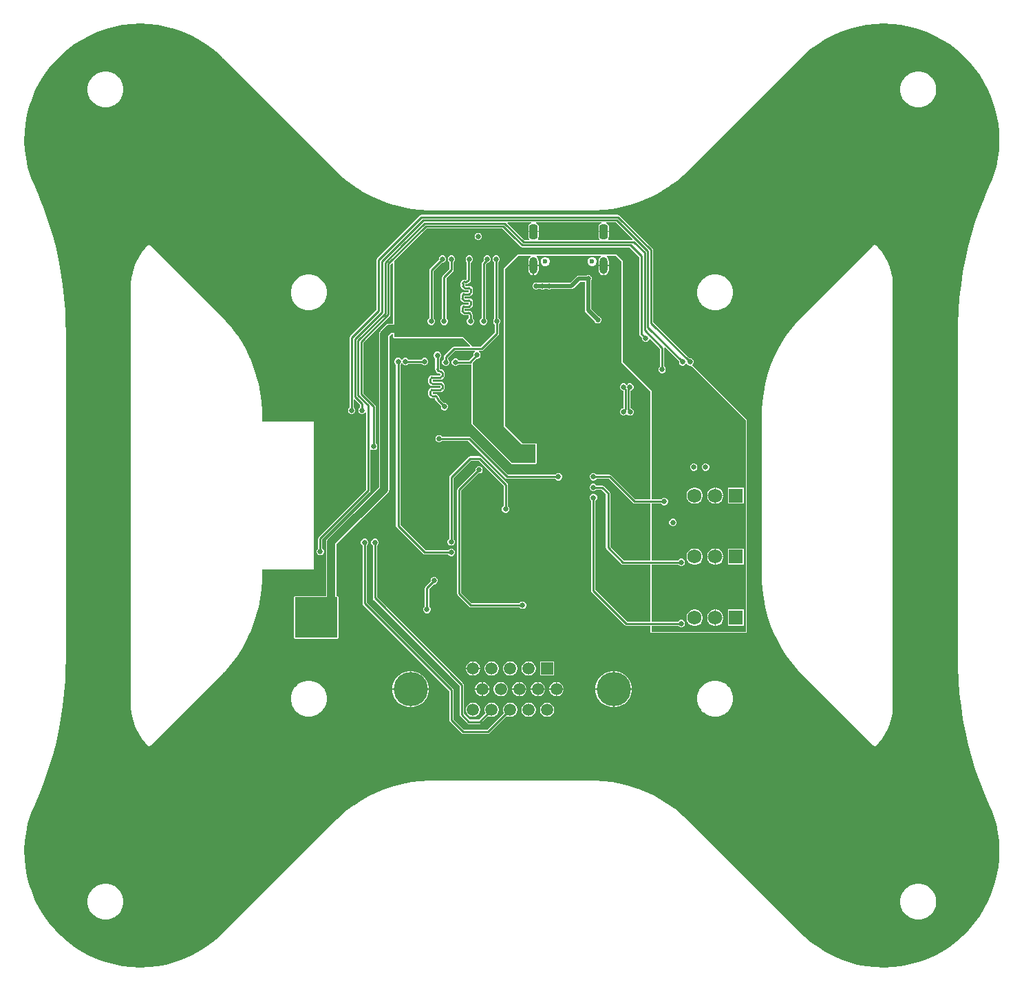
<source format=gbl>
G04*
G04 #@! TF.GenerationSoftware,Altium Limited,Altium Designer,22.2.1 (43)*
G04*
G04 Layer_Physical_Order=2*
G04 Layer_Color=16711680*
%FSLAX25Y25*%
%MOIN*%
G70*
G04*
G04 #@! TF.SameCoordinates,9388D860-640C-4D59-96FC-9271E4276608*
G04*
G04*
G04 #@! TF.FilePolarity,Positive*
G04*
G01*
G75*
%ADD12C,0.03937*%
%ADD15C,0.01968*%
%ADD16C,0.01000*%
%ADD72C,0.06890*%
%ADD73R,0.06890X0.06890*%
%ADD74C,0.05937*%
%ADD75C,0.16598*%
%ADD76R,0.05937X0.05937*%
G04:AMPARAMS|DCode=77|XSize=70.87mil|YSize=39.37mil|CornerRadius=9.84mil|HoleSize=0mil|Usage=FLASHONLY|Rotation=270.000|XOffset=0mil|YOffset=0mil|HoleType=Round|Shape=RoundedRectangle|*
%AMROUNDEDRECTD77*
21,1,0.07087,0.01968,0,0,270.0*
21,1,0.05118,0.03937,0,0,270.0*
1,1,0.01968,-0.00984,-0.02559*
1,1,0.01968,-0.00984,0.02559*
1,1,0.01968,0.00984,0.02559*
1,1,0.01968,0.00984,-0.02559*
%
%ADD77ROUNDEDRECTD77*%
%ADD78O,0.03937X0.08268*%
%ADD79C,0.02362*%
%ADD80C,0.02559*%
G36*
X-175991Y228564D02*
X-171791Y228104D01*
X-167638Y227330D01*
X-163554Y226246D01*
X-159562Y224859D01*
X-155687Y223176D01*
X-151949Y221207D01*
X-148369Y218963D01*
X-144967Y216456D01*
X-141764Y213701D01*
X-140270Y212207D01*
X-84877Y156814D01*
X-84864Y156806D01*
X-84855Y156793D01*
X-83298Y155350D01*
X-83281Y155340D01*
X-83269Y155325D01*
X-80021Y152592D01*
X-79998Y152579D01*
X-79981Y152560D01*
X-76566Y150039D01*
X-76542Y150028D01*
X-76524Y150010D01*
X-72955Y147710D01*
X-72931Y147701D01*
X-72912Y147684D01*
X-69204Y145616D01*
X-69179Y145608D01*
X-69159Y145593D01*
X-65328Y143765D01*
X-65302Y143758D01*
X-65281Y143744D01*
X-61341Y142163D01*
X-61316Y142158D01*
X-61293Y142146D01*
X-57261Y140819D01*
X-57235Y140815D01*
X-57212Y140804D01*
X-53104Y139736D01*
X-53078Y139734D01*
X-53054Y139725D01*
X-48886Y138920D01*
X-48860Y138920D01*
X-48835Y138911D01*
X-44625Y138373D01*
X-44599Y138375D01*
X-44574Y138368D01*
X-40337Y138098D01*
X-40318Y138101D01*
X-40299Y138097D01*
X-38176Y138063D01*
X-38170Y138064D01*
X-38164Y138063D01*
X37967D01*
X37973Y138064D01*
X37980Y138063D01*
X40102Y138097D01*
X40121Y138101D01*
X40140Y138098D01*
X44377Y138368D01*
X44402Y138375D01*
X44428Y138373D01*
X48638Y138911D01*
X48663Y138920D01*
X48689Y138920D01*
X52857Y139725D01*
X52881Y139734D01*
X52907Y139736D01*
X57015Y140804D01*
X57038Y140815D01*
X57064Y140819D01*
X61096Y142146D01*
X61119Y142158D01*
X61144Y142163D01*
X65084Y143744D01*
X65106Y143758D01*
X65131Y143765D01*
X68962Y145593D01*
X68983Y145608D01*
X69007Y145616D01*
X72715Y147684D01*
X72734Y147701D01*
X72758Y147710D01*
X76327Y150010D01*
X76345Y150028D01*
X76369Y150039D01*
X79784Y152560D01*
X79801Y152579D01*
X79824Y152592D01*
X83072Y155325D01*
X83084Y155340D01*
X83101Y155350D01*
X84658Y156793D01*
X84667Y156806D01*
X84680Y156814D01*
X140073Y212207D01*
X141567Y213701D01*
X144770Y216456D01*
X148172Y218963D01*
X151752Y221207D01*
X155490Y223176D01*
X159366Y224859D01*
X163357Y226246D01*
X167441Y227330D01*
X171594Y228104D01*
X175794Y228564D01*
X180017Y228707D01*
X184239Y228533D01*
X188435Y228043D01*
X192583Y227238D01*
X196659Y226125D01*
X200640Y224709D01*
X204503Y222998D01*
X208227Y221002D01*
X211791Y218731D01*
X215174Y216200D01*
X218357Y213422D01*
X221323Y210413D01*
X224055Y207189D01*
X226537Y203770D01*
X228755Y200173D01*
X230697Y196421D01*
X232351Y192533D01*
X233710Y188532D01*
X234764Y184441D01*
X235507Y180281D01*
X235937Y176078D01*
X236049Y171854D01*
X235845Y167634D01*
X235324Y163441D01*
X234489Y159299D01*
X233346Y155231D01*
X232636Y153280D01*
X231321Y150471D01*
X231318Y150460D01*
X231311Y150451D01*
X228810Y144698D01*
X228807Y144683D01*
X228799Y144670D01*
X226514Y138828D01*
X226511Y138813D01*
X226504Y138800D01*
X224438Y132877D01*
X224436Y132862D01*
X224429Y132848D01*
X222585Y126852D01*
X222584Y126837D01*
X222577Y126823D01*
X220958Y120763D01*
X220957Y120747D01*
X220951Y120733D01*
X219560Y114617D01*
X219559Y114601D01*
X219554Y114587D01*
X218391Y108423D01*
X218391Y108408D01*
X218386Y108393D01*
X217454Y102190D01*
X217455Y102175D01*
X217450Y102160D01*
X216750Y95926D01*
X216751Y95911D01*
X216747Y95896D01*
X216280Y89641D01*
X216282Y89626D01*
X216278Y89611D01*
X216044Y83342D01*
X216046Y83331D01*
X216044Y83320D01*
X216015Y80183D01*
X216015Y80179D01*
X216015Y80176D01*
Y-80176D01*
X216015Y-80179D01*
X216015Y-80183D01*
X216044Y-83320D01*
X216046Y-83331D01*
X216044Y-83342D01*
X216278Y-89611D01*
X216282Y-89626D01*
X216280Y-89641D01*
X216747Y-95896D01*
X216751Y-95911D01*
X216750Y-95926D01*
X217450Y-102160D01*
X217455Y-102175D01*
X217454Y-102190D01*
X218386Y-108393D01*
X218391Y-108408D01*
X218391Y-108423D01*
X219554Y-114587D01*
X219559Y-114601D01*
X219560Y-114617D01*
X220951Y-120733D01*
X220957Y-120747D01*
X220958Y-120763D01*
X222577Y-126823D01*
X222584Y-126837D01*
X222585Y-126852D01*
X224429Y-132848D01*
X224436Y-132862D01*
X224438Y-132877D01*
X226503Y-138800D01*
X226511Y-138813D01*
X226514Y-138828D01*
X228799Y-144670D01*
X228807Y-144683D01*
X228810Y-144698D01*
X231311Y-150451D01*
X231318Y-150460D01*
X231321Y-150471D01*
X232636Y-153280D01*
X233346Y-155231D01*
X234489Y-159299D01*
X235324Y-163441D01*
X235845Y-167634D01*
X236049Y-171854D01*
X235937Y-176078D01*
X235507Y-180281D01*
X234764Y-184441D01*
X233710Y-188532D01*
X232351Y-192533D01*
X230697Y-196421D01*
X228755Y-200173D01*
X226537Y-203770D01*
X224055Y-207189D01*
X221323Y-210413D01*
X218357Y-213422D01*
X215174Y-216200D01*
X211791Y-218731D01*
X208227Y-221002D01*
X204503Y-222998D01*
X200640Y-224709D01*
X196659Y-226125D01*
X192583Y-227239D01*
X188435Y-228043D01*
X184239Y-228533D01*
X180017Y-228707D01*
X175794Y-228564D01*
X171594Y-228104D01*
X167441Y-227330D01*
X163357Y-226246D01*
X159366Y-224859D01*
X155490Y-223176D01*
X151752Y-221207D01*
X148172Y-218963D01*
X144771Y-216456D01*
X141567Y-213701D01*
X140073Y-212207D01*
X140073Y-212207D01*
X84680Y-156814D01*
X84667Y-156806D01*
X84658Y-156793D01*
X83101Y-155350D01*
X83084Y-155340D01*
X83072Y-155325D01*
X79824Y-152592D01*
X79801Y-152579D01*
X79784Y-152560D01*
X76369Y-150039D01*
X76345Y-150028D01*
X76327Y-150010D01*
X72758Y-147710D01*
X72734Y-147701D01*
X72715Y-147684D01*
X69007Y-145616D01*
X68983Y-145608D01*
X68962Y-145593D01*
X65131Y-143765D01*
X65106Y-143758D01*
X65084Y-143744D01*
X61144Y-142163D01*
X61119Y-142159D01*
X61096Y-142146D01*
X57064Y-140819D01*
X57038Y-140815D01*
X57015Y-140804D01*
X52907Y-139736D01*
X52881Y-139734D01*
X52857Y-139725D01*
X48689Y-138920D01*
X48663Y-138920D01*
X48638Y-138911D01*
X44428Y-138373D01*
X44402Y-138375D01*
X44377Y-138368D01*
X40140Y-138098D01*
X40121Y-138101D01*
X40102Y-138097D01*
X37980Y-138063D01*
X37973Y-138064D01*
X37967Y-138063D01*
X-38164Y-138063D01*
X-38170Y-138064D01*
X-38176Y-138063D01*
X-40299Y-138097D01*
X-40318Y-138101D01*
X-40337Y-138098D01*
X-44574Y-138368D01*
X-44599Y-138375D01*
X-44625Y-138373D01*
X-48835Y-138911D01*
X-48860Y-138920D01*
X-48886Y-138920D01*
X-53054Y-139725D01*
X-53078Y-139734D01*
X-53104Y-139736D01*
X-57212Y-140804D01*
X-57235Y-140815D01*
X-57261Y-140819D01*
X-61293Y-142146D01*
X-61316Y-142159D01*
X-61341Y-142163D01*
X-65281Y-143744D01*
X-65302Y-143758D01*
X-65328Y-143765D01*
X-69159Y-145593D01*
X-69179Y-145608D01*
X-69204Y-145616D01*
X-72912Y-147684D01*
X-72931Y-147701D01*
X-72955Y-147710D01*
X-76524Y-150010D01*
X-76542Y-150028D01*
X-76566Y-150039D01*
X-79981Y-152560D01*
X-79998Y-152579D01*
X-80021Y-152592D01*
X-83269Y-155325D01*
X-83281Y-155340D01*
X-83298Y-155350D01*
X-84855Y-156793D01*
X-84864Y-156806D01*
X-84877Y-156814D01*
X-140270Y-212207D01*
X-141764Y-213701D01*
X-144967Y-216456D01*
X-148369Y-218963D01*
X-151949Y-221207D01*
X-155687Y-223176D01*
X-159563Y-224859D01*
X-163554Y-226246D01*
X-167638Y-227330D01*
X-171791Y-228104D01*
X-175991Y-228564D01*
X-180214Y-228707D01*
X-184436Y-228533D01*
X-188632Y-228043D01*
X-192780Y-227239D01*
X-196856Y-226125D01*
X-200837Y-224709D01*
X-204700Y-222998D01*
X-208424Y-221002D01*
X-211988Y-218731D01*
X-215371Y-216200D01*
X-218554Y-213422D01*
X-221520Y-210413D01*
X-224252Y-207189D01*
X-226733Y-203770D01*
X-228952Y-200173D01*
X-230894Y-196421D01*
X-232548Y-192533D01*
X-233906Y-188532D01*
X-234960Y-184441D01*
X-235704Y-180281D01*
X-236134Y-176078D01*
X-236246Y-171854D01*
X-236041Y-167634D01*
X-235520Y-163441D01*
X-234686Y-159299D01*
X-233543Y-155231D01*
X-232833Y-153280D01*
X-231517Y-150471D01*
X-231515Y-150460D01*
X-231508Y-150451D01*
X-229007Y-144698D01*
X-229004Y-144683D01*
X-228996Y-144670D01*
X-226711Y-138828D01*
X-226708Y-138813D01*
X-226700Y-138800D01*
X-224635Y-132877D01*
X-224633Y-132862D01*
X-224625Y-132848D01*
X-222782Y-126852D01*
X-222781Y-126837D01*
X-222774Y-126823D01*
X-221155Y-120763D01*
X-221154Y-120747D01*
X-221148Y-120733D01*
X-219757Y-114617D01*
X-219756Y-114602D01*
X-219750Y-114587D01*
X-218588Y-108423D01*
X-218588Y-108408D01*
X-218583Y-108393D01*
X-217651Y-102190D01*
X-217652Y-102175D01*
X-217647Y-102160D01*
X-216947Y-95926D01*
X-216948Y-95911D01*
X-216944Y-95896D01*
X-216477Y-89641D01*
X-216479Y-89626D01*
X-216475Y-89611D01*
X-216241Y-83342D01*
X-216243Y-83331D01*
X-216241Y-83320D01*
X-216212Y-80183D01*
X-216212Y-80179D01*
X-216211Y-80176D01*
X-216212Y80176D01*
X-216212Y80179D01*
X-216212Y80183D01*
X-216241Y83320D01*
X-216243Y83331D01*
X-216241Y83342D01*
X-216475Y89611D01*
X-216479Y89626D01*
X-216477Y89641D01*
X-216944Y95896D01*
X-216948Y95911D01*
X-216947Y95926D01*
X-217647Y102160D01*
X-217652Y102175D01*
X-217651Y102190D01*
X-218583Y108393D01*
X-218588Y108408D01*
X-218588Y108423D01*
X-219750Y114587D01*
X-219756Y114601D01*
X-219757Y114617D01*
X-221148Y120733D01*
X-221154Y120747D01*
X-221155Y120763D01*
X-222774Y126823D01*
X-222781Y126837D01*
X-222782Y126852D01*
X-224625Y132848D01*
X-224633Y132862D01*
X-224635Y132877D01*
X-226700Y138800D01*
X-226708Y138813D01*
X-226711Y138828D01*
X-228996Y144670D01*
X-229004Y144683D01*
X-229007Y144698D01*
X-231508Y150451D01*
X-231515Y150460D01*
X-231517Y150471D01*
X-232833Y153280D01*
X-233543Y155231D01*
X-234686Y159299D01*
X-235520Y163441D01*
X-236041Y167634D01*
X-236246Y171854D01*
X-236134Y176078D01*
X-235704Y180281D01*
X-234960Y184441D01*
X-233906Y188532D01*
X-232548Y192533D01*
X-230893Y196421D01*
X-228952Y200173D01*
X-226733Y203770D01*
X-224252Y207189D01*
X-221520Y210413D01*
X-218554Y213422D01*
X-215371Y216200D01*
X-211988Y218731D01*
X-208424Y221002D01*
X-204700Y222998D01*
X-200837Y224709D01*
X-196856Y226125D01*
X-192780Y227238D01*
X-188632Y228043D01*
X-184436Y228533D01*
X-180214Y228707D01*
X-175991Y228564D01*
D02*
G37*
%LPC*%
G36*
X197528Y205527D02*
X195976D01*
X195899Y205512D01*
X195820D01*
X194299Y205209D01*
X194226Y205179D01*
X194148Y205164D01*
X192715Y204570D01*
X192649Y204526D01*
X192576Y204496D01*
X191287Y203634D01*
X191231Y203578D01*
X191165Y203534D01*
X190068Y202437D01*
X190024Y202372D01*
X189968Y202316D01*
X189107Y201026D01*
X189076Y200953D01*
X189032Y200887D01*
X188439Y199454D01*
X188423Y199377D01*
X188393Y199304D01*
X188091Y197783D01*
Y197704D01*
X188075Y197626D01*
Y196075D01*
X188091Y195997D01*
Y195918D01*
X188393Y194397D01*
X188423Y194324D01*
X188439Y194246D01*
X189032Y192813D01*
X189076Y192748D01*
X189107Y192675D01*
X189968Y191385D01*
X190024Y191329D01*
X190068Y191263D01*
X191165Y190167D01*
X191231Y190123D01*
X191287Y190067D01*
X192576Y189205D01*
X192649Y189175D01*
X192715Y189131D01*
X194148Y188537D01*
X194226Y188522D01*
X194299Y188492D01*
X195820Y188189D01*
X195899D01*
X195976Y188174D01*
X197528D01*
X197605Y188189D01*
X197684D01*
X199205Y188492D01*
X199278Y188522D01*
X199356Y188537D01*
X200789Y189131D01*
X200855Y189175D01*
X200928Y189205D01*
X202217Y190067D01*
X202273Y190123D01*
X202339Y190167D01*
X203436Y191263D01*
X203480Y191329D01*
X203536Y191385D01*
X204397Y192675D01*
X204428Y192748D01*
X204472Y192813D01*
X205065Y194246D01*
X205081Y194324D01*
X205111Y194397D01*
X205413Y195918D01*
Y195997D01*
X205429Y196075D01*
Y197626D01*
X205413Y197704D01*
Y197783D01*
X205111Y199304D01*
X205081Y199377D01*
X205065Y199454D01*
X204472Y200887D01*
X204428Y200953D01*
X204397Y201026D01*
X203536Y202316D01*
X203480Y202372D01*
X203436Y202437D01*
X202339Y203534D01*
X202273Y203578D01*
X202217Y203634D01*
X200928Y204496D01*
X200855Y204526D01*
X200789Y204570D01*
X199356Y205164D01*
X199278Y205179D01*
X199205Y205209D01*
X197684Y205512D01*
X197605D01*
X197528Y205527D01*
D02*
G37*
G36*
X-196173Y205527D02*
X-197724D01*
X-197802Y205512D01*
X-197881D01*
X-199402Y205209D01*
X-199475Y205179D01*
X-199553Y205164D01*
X-200986Y204570D01*
X-201051Y204526D01*
X-201125Y204496D01*
X-202414Y203634D01*
X-202470Y203578D01*
X-202536Y203534D01*
X-203633Y202437D01*
X-203677Y202372D01*
X-203732Y202316D01*
X-204594Y201026D01*
X-204625Y200953D01*
X-204668Y200887D01*
X-205262Y199454D01*
X-205277Y199377D01*
X-205308Y199304D01*
X-205610Y197783D01*
Y197704D01*
X-205626Y197626D01*
Y196075D01*
X-205610Y195997D01*
Y195918D01*
X-205308Y194397D01*
X-205277Y194324D01*
X-205262Y194246D01*
X-204668Y192813D01*
X-204625Y192748D01*
X-204594Y192675D01*
X-203732Y191385D01*
X-203677Y191329D01*
X-203633Y191263D01*
X-202536Y190166D01*
X-202470Y190123D01*
X-202414Y190067D01*
X-201125Y189205D01*
X-201051Y189175D01*
X-200986Y189131D01*
X-199553Y188537D01*
X-199475Y188522D01*
X-199402Y188492D01*
X-197881Y188189D01*
X-197802D01*
X-197724Y188173D01*
X-196173D01*
X-196096Y188189D01*
X-196017D01*
X-194495Y188492D01*
X-194422Y188522D01*
X-194345Y188537D01*
X-192912Y189131D01*
X-192846Y189175D01*
X-192773Y189205D01*
X-191483Y190067D01*
X-191428Y190123D01*
X-191362Y190167D01*
X-190265Y191263D01*
X-190221Y191329D01*
X-190165Y191385D01*
X-189303Y192675D01*
X-189273Y192748D01*
X-189229Y192813D01*
X-188636Y194246D01*
X-188620Y194324D01*
X-188590Y194397D01*
X-188287Y195918D01*
Y195997D01*
X-188272Y196075D01*
Y197626D01*
X-188287Y197704D01*
Y197783D01*
X-188590Y199304D01*
X-188620Y199377D01*
X-188636Y199454D01*
X-189229Y200887D01*
X-189273Y200953D01*
X-189303Y201026D01*
X-190165Y202316D01*
X-190221Y202372D01*
X-190265Y202437D01*
X-191362Y203534D01*
X-191428Y203578D01*
X-191483Y203634D01*
X-192773Y204496D01*
X-192846Y204526D01*
X-192912Y204570D01*
X-194345Y205164D01*
X-194422Y205179D01*
X-194495Y205209D01*
X-196017Y205512D01*
X-196096D01*
X-196173Y205527D01*
D02*
G37*
G36*
X175670Y121386D02*
X175657Y121384D01*
X175645Y121386D01*
X175429Y121377D01*
X175416Y121374D01*
X175404Y121376D01*
X175265Y121337D01*
X175124Y121303D01*
X175114Y121296D01*
X175102Y121292D01*
X174909Y121195D01*
X174898Y121188D01*
X174886Y121184D01*
X174775Y121092D01*
X174661Y121003D01*
X174655Y120992D01*
X174645Y120984D01*
X174603Y120932D01*
X139895Y86224D01*
X139894Y86222D01*
X139892Y86221D01*
X139890Y86219D01*
X139888Y86216D01*
X139885Y86214D01*
X139883Y86212D01*
X139881Y86209D01*
X139879Y86207D01*
X139876Y86205D01*
X139874Y86202D01*
X139872Y86200D01*
X138393Y84650D01*
X138379Y84628D01*
X138359Y84612D01*
X135603Y81330D01*
X135591Y81307D01*
X135572Y81290D01*
X133030Y77839D01*
X133019Y77816D01*
X133001Y77797D01*
X130683Y74193D01*
X130674Y74168D01*
X130657Y74149D01*
X128573Y70404D01*
X128565Y70380D01*
X128549Y70359D01*
X126707Y66490D01*
X126700Y66465D01*
X126686Y66443D01*
X125093Y62465D01*
X125088Y62439D01*
X125076Y62417D01*
X123738Y58346D01*
X123735Y58320D01*
X123723Y58297D01*
X122647Y54149D01*
X122645Y54123D01*
X122636Y54099D01*
X121824Y49891D01*
X121824Y49865D01*
X121816Y49841D01*
X121273Y45590D01*
X121275Y45564D01*
X121269Y45539D01*
X120997Y41262D01*
X121000Y41236D01*
X120995Y41211D01*
Y39068D01*
X120995Y39068D01*
X120995Y-39088D01*
X120995Y-39092D01*
X120996Y-39098D01*
X120995Y-39104D01*
X120995Y-39110D01*
X120996Y-39115D01*
X120996Y-39118D01*
Y-39120D01*
X120995Y-39122D01*
X120996Y-39128D01*
X120996Y-39129D01*
X120999Y-41249D01*
X121004Y-41274D01*
X121001Y-41300D01*
X121277Y-45554D01*
X121284Y-45579D01*
X121282Y-45604D01*
X121826Y-49832D01*
X121834Y-49857D01*
X121834Y-49883D01*
X122644Y-54068D01*
X122653Y-54092D01*
X122655Y-54117D01*
X123727Y-58243D01*
X123738Y-58266D01*
X123741Y-58292D01*
X125072Y-62342D01*
X125085Y-62364D01*
X125089Y-62389D01*
X126673Y-66347D01*
X126687Y-66369D01*
X126693Y-66394D01*
X128523Y-70244D01*
X128539Y-70265D01*
X128547Y-70289D01*
X130616Y-74016D01*
X130633Y-74035D01*
X130642Y-74059D01*
X132943Y-77648D01*
X132961Y-77667D01*
X132971Y-77690D01*
X135494Y-81126D01*
X135513Y-81144D01*
X135525Y-81166D01*
X138260Y-84437D01*
X138280Y-84453D01*
X138293Y-84475D01*
X139687Y-85942D01*
X139699Y-85975D01*
X139730Y-86023D01*
X139761Y-86056D01*
X139782Y-86096D01*
X139818Y-86140D01*
X139853Y-86169D01*
X139878Y-86207D01*
X139897Y-86226D01*
X174604Y-120933D01*
X174646Y-120984D01*
X174654Y-120992D01*
X174660Y-121001D01*
X174775Y-121091D01*
X174887Y-121184D01*
X174898Y-121187D01*
X174907Y-121195D01*
X175098Y-121291D01*
X175109Y-121294D01*
X175118Y-121301D01*
X175259Y-121336D01*
X175399Y-121375D01*
X175411Y-121374D01*
X175422Y-121377D01*
X175635Y-121387D01*
X175647Y-121385D01*
X175658Y-121387D01*
X175801Y-121362D01*
X175945Y-121340D01*
X175955Y-121334D01*
X175966Y-121332D01*
X176165Y-121254D01*
X176175Y-121248D01*
X176186Y-121246D01*
X176306Y-121164D01*
X176429Y-121086D01*
X176436Y-121076D01*
X176445Y-121070D01*
X176520Y-120994D01*
X176521Y-120993D01*
X176521Y-120993D01*
X176522Y-120992D01*
X176523Y-120990D01*
X176525Y-120989D01*
X176525Y-120989D01*
X176526Y-120988D01*
X176526Y-120987D01*
X176528Y-120986D01*
X176529Y-120985D01*
X176530Y-120984D01*
X176531Y-120982D01*
X176532Y-120982D01*
X176532Y-120982D01*
X176533Y-120980D01*
X176534Y-120979D01*
X176534Y-120979D01*
X176535Y-120979D01*
X176535Y-120978D01*
X176536Y-120977D01*
X176537Y-120977D01*
X176538Y-120975D01*
X176539Y-120975D01*
X176539Y-120975D01*
X176539Y-120974D01*
X176540Y-120974D01*
X177450Y-120021D01*
X177471Y-119988D01*
X177500Y-119963D01*
X179132Y-117893D01*
X179149Y-117859D01*
X179176Y-117831D01*
X180603Y-115615D01*
X180617Y-115579D01*
X180641Y-115549D01*
X181851Y-113208D01*
X181861Y-113171D01*
X181883Y-113138D01*
X182864Y-110692D01*
X182871Y-110654D01*
X182889Y-110620D01*
X183632Y-108091D01*
X183636Y-108053D01*
X183651Y-108017D01*
X184150Y-105429D01*
X184150Y-105391D01*
X184161Y-105354D01*
X184412Y-102730D01*
X184408Y-102692D01*
X184415Y-102654D01*
Y-101336D01*
X184415Y-101336D01*
X184415Y101335D01*
Y102653D01*
X184407Y102691D01*
X184411Y102730D01*
X184160Y105354D01*
X184149Y105392D01*
X184149Y105430D01*
X183649Y108019D01*
X183635Y108055D01*
X183631Y108093D01*
X182887Y110623D01*
X182869Y110657D01*
X182862Y110695D01*
X181880Y113142D01*
X181859Y113174D01*
X181848Y113212D01*
X180638Y115554D01*
X180614Y115584D01*
X180599Y115620D01*
X179171Y117837D01*
X179144Y117865D01*
X179127Y117899D01*
X177494Y119969D01*
X177465Y119994D01*
X177444Y120027D01*
X176458Y121058D01*
X176447Y121065D01*
X176440Y121076D01*
X176320Y121155D01*
X176201Y121238D01*
X176189Y121240D01*
X176178Y121247D01*
X175978Y121328D01*
X175965Y121330D01*
X175954Y121337D01*
X175812Y121360D01*
X175670Y121386D01*
D02*
G37*
G36*
X39174Y115646D02*
X38306D01*
X37505Y115314D01*
X36891Y114700D01*
X36559Y113898D01*
Y113031D01*
X36891Y112229D01*
X37505Y111616D01*
X38306Y111284D01*
X39174D01*
X39976Y111616D01*
X40589Y112229D01*
X40921Y113031D01*
Y113898D01*
X40589Y114700D01*
X39976Y115314D01*
X39174Y115646D01*
D02*
G37*
G36*
X16418D02*
X15550D01*
X14749Y115314D01*
X14135Y114700D01*
X13803Y113898D01*
Y113031D01*
X14135Y112229D01*
X14749Y111616D01*
X15550Y111284D01*
X16418D01*
X17220Y111616D01*
X17833Y112229D01*
X18165Y113031D01*
Y113898D01*
X17833Y114700D01*
X17220Y115314D01*
X16418Y115646D01*
D02*
G37*
G36*
X12871Y111246D02*
X10604D01*
Y106864D01*
X11317Y107005D01*
X12134Y107551D01*
X12680Y108368D01*
X12871Y109331D01*
Y111246D01*
D02*
G37*
G36*
X44120Y111246D02*
X41853D01*
Y109331D01*
X42045Y108368D01*
X42590Y107551D01*
X43407Y107005D01*
X44120Y106864D01*
Y111246D01*
D02*
G37*
G36*
X46887D02*
X44620D01*
Y106864D01*
X45333Y107005D01*
X46150Y107551D01*
X46695Y108368D01*
X46887Y109331D01*
Y111246D01*
D02*
G37*
G36*
X10104Y111246D02*
X7837D01*
Y109331D01*
X8029Y108368D01*
X8575Y107551D01*
X9391Y107005D01*
X10104Y106864D01*
Y111246D01*
D02*
G37*
G36*
X37165Y106898D02*
X36457D01*
X35814Y106631D01*
X32283D01*
X32283Y106631D01*
X31704Y106516D01*
X31213Y106188D01*
X31213Y106188D01*
X28113Y103088D01*
X18812D01*
X18169Y103354D01*
X17461D01*
X16818Y103088D01*
X15760D01*
X15118Y103354D01*
X14410D01*
X13767Y103088D01*
X12709D01*
X12067Y103354D01*
X11359D01*
X10705Y103083D01*
X10204Y102583D01*
X9933Y101929D01*
Y101221D01*
X10204Y100567D01*
X10705Y100066D01*
X11359Y99795D01*
X12067D01*
X12709Y100062D01*
X13767D01*
X14410Y99795D01*
X15118D01*
X15760Y100062D01*
X16818D01*
X17461Y99795D01*
X18169D01*
X18812Y100062D01*
X28740D01*
X28740Y100062D01*
X29319Y100177D01*
X29810Y100505D01*
X32910Y103605D01*
X35298D01*
Y89843D01*
X35298Y89842D01*
X35413Y89263D01*
X35741Y88772D01*
X39741Y84772D01*
X40007Y84130D01*
X40508Y83629D01*
X41162Y83358D01*
X41870D01*
X42524Y83629D01*
X43024Y84130D01*
X43295Y84784D01*
Y85492D01*
X43024Y86146D01*
X42524Y86646D01*
X41881Y86913D01*
X38324Y90469D01*
Y104121D01*
X38591Y104764D01*
Y105472D01*
X38320Y106126D01*
X37819Y106627D01*
X37165Y106898D01*
D02*
G37*
G36*
X99102Y107102D02*
X97551D01*
X97474Y107087D01*
X97395D01*
X95873Y106784D01*
X95800Y106754D01*
X95723Y106738D01*
X94290Y106145D01*
X94224Y106101D01*
X94151Y106071D01*
X92861Y105209D01*
X92805Y105153D01*
X92740Y105109D01*
X91643Y104012D01*
X91599Y103946D01*
X91543Y103891D01*
X90681Y102601D01*
X90651Y102528D01*
X90607Y102462D01*
X90014Y101029D01*
X89998Y100952D01*
X89968Y100879D01*
X89665Y99357D01*
Y99278D01*
X89650Y99201D01*
Y97650D01*
X89665Y97572D01*
Y97493D01*
X89968Y95972D01*
X89998Y95899D01*
X90014Y95821D01*
X90607Y94388D01*
X90651Y94323D01*
X90681Y94249D01*
X91543Y92960D01*
X91599Y92904D01*
X91643Y92838D01*
X92740Y91741D01*
X92805Y91697D01*
X92861Y91641D01*
X94151Y90780D01*
X94224Y90750D01*
X94290Y90706D01*
X95723Y90112D01*
X95800Y90097D01*
X95873Y90066D01*
X97395Y89764D01*
X97474D01*
X97551Y89748D01*
X99102D01*
X99180Y89764D01*
X99259D01*
X100780Y90066D01*
X100853Y90097D01*
X100931Y90112D01*
X102364Y90706D01*
X102429Y90750D01*
X102503Y90780D01*
X103792Y91641D01*
X103848Y91697D01*
X103914Y91741D01*
X105011Y92838D01*
X105055Y92904D01*
X105111Y92960D01*
X105972Y94249D01*
X106002Y94323D01*
X106046Y94388D01*
X106640Y95821D01*
X106655Y95899D01*
X106686Y95972D01*
X106988Y97493D01*
Y97572D01*
X107004Y97650D01*
Y99201D01*
X106988Y99278D01*
Y99357D01*
X106686Y100879D01*
X106655Y100952D01*
X106640Y101029D01*
X106046Y102462D01*
X106002Y102528D01*
X105972Y102601D01*
X105111Y103891D01*
X105054Y103947D01*
X105011Y104012D01*
X103914Y105109D01*
X103848Y105153D01*
X103792Y105209D01*
X102503Y106071D01*
X102429Y106101D01*
X102364Y106145D01*
X100931Y106738D01*
X100853Y106754D01*
X100780Y106784D01*
X99259Y107087D01*
X99180D01*
X99102Y107102D01*
D02*
G37*
G36*
X-97748D02*
X-99299D01*
X-99377Y107087D01*
X-99456D01*
X-100977Y106784D01*
X-101050Y106754D01*
X-101128Y106738D01*
X-102561Y106145D01*
X-102626Y106101D01*
X-102699Y106071D01*
X-103989Y105209D01*
X-104045Y105153D01*
X-104111Y105109D01*
X-105208Y104012D01*
X-105251Y103946D01*
X-105307Y103891D01*
X-106169Y102601D01*
X-106199Y102528D01*
X-106243Y102462D01*
X-106837Y101029D01*
X-106852Y100952D01*
X-106882Y100879D01*
X-107185Y99357D01*
Y99278D01*
X-107201Y99201D01*
Y97650D01*
X-107185Y97572D01*
Y97493D01*
X-106882Y95972D01*
X-106852Y95899D01*
X-106837Y95821D01*
X-106243Y94388D01*
X-106199Y94323D01*
X-106169Y94249D01*
X-105307Y92960D01*
X-105251Y92904D01*
X-105207Y92838D01*
X-104111Y91741D01*
X-104045Y91697D01*
X-103989Y91641D01*
X-102699Y90780D01*
X-102626Y90750D01*
X-102561Y90706D01*
X-101128Y90112D01*
X-101050Y90097D01*
X-100977Y90066D01*
X-99456Y89764D01*
X-99377D01*
X-99299Y89748D01*
X-97748D01*
X-97671Y89764D01*
X-97592D01*
X-96070Y90066D01*
X-95997Y90097D01*
X-95920Y90112D01*
X-94487Y90706D01*
X-94421Y90750D01*
X-94348Y90780D01*
X-93058Y91641D01*
X-93002Y91697D01*
X-92936Y91741D01*
X-91840Y92838D01*
X-91796Y92904D01*
X-91740Y92960D01*
X-90878Y94249D01*
X-90848Y94323D01*
X-90804Y94388D01*
X-90210Y95821D01*
X-90195Y95899D01*
X-90165Y95972D01*
X-89862Y97493D01*
Y97572D01*
X-89847Y97650D01*
Y99201D01*
X-89862Y99278D01*
Y99357D01*
X-90165Y100879D01*
X-90195Y100952D01*
X-90210Y101029D01*
X-90804Y102462D01*
X-90848Y102528D01*
X-90878Y102601D01*
X-91740Y103891D01*
X-91796Y103947D01*
X-91840Y104012D01*
X-92936Y105109D01*
X-93002Y105153D01*
X-93058Y105209D01*
X-94348Y106071D01*
X-94421Y106101D01*
X-94487Y106145D01*
X-95920Y106738D01*
X-95997Y106754D01*
X-96070Y106784D01*
X-97592Y107087D01*
X-97671D01*
X-97748Y107102D01*
D02*
G37*
G36*
X-51221Y66740D02*
X-51929D01*
X-52583Y66469D01*
X-53083Y65969D01*
X-53125Y65868D01*
X-53666D01*
X-53708Y65969D01*
X-54208Y66469D01*
X-54863Y66740D01*
X-55571D01*
X-56225Y66469D01*
X-56725Y65969D01*
X-56996Y65315D01*
Y64607D01*
X-56725Y63953D01*
X-56236Y63464D01*
Y-14665D01*
X-56159Y-15055D01*
X-55937Y-15386D01*
X-43044Y-28280D01*
X-42713Y-28501D01*
X-42323Y-28579D01*
X-31025D01*
X-30536Y-29068D01*
X-29882Y-29339D01*
X-29174D01*
X-28519Y-29068D01*
X-28019Y-28567D01*
X-27748Y-27913D01*
Y-27205D01*
X-28019Y-26551D01*
X-28519Y-26050D01*
X-29174Y-25780D01*
X-29882D01*
X-30536Y-26050D01*
X-31025Y-26539D01*
X-41901D01*
X-54197Y-14243D01*
Y63464D01*
X-53708Y63953D01*
X-53666Y64053D01*
X-53125D01*
X-53083Y63953D01*
X-52583Y63452D01*
X-51929Y63181D01*
X-51221D01*
X-50567Y63452D01*
X-50078Y63941D01*
X-44024D01*
X-43535Y63452D01*
X-42880Y63181D01*
X-42173D01*
X-41519Y63452D01*
X-41018Y63953D01*
X-40747Y64607D01*
Y65315D01*
X-41018Y65969D01*
X-41519Y66469D01*
X-42173Y66740D01*
X-42880D01*
X-43535Y66469D01*
X-44024Y65980D01*
X-50078D01*
X-50567Y66469D01*
X-51221Y66740D01*
D02*
G37*
G36*
X-35866Y69791D02*
X-36574D01*
X-37229Y69520D01*
X-37729Y69020D01*
X-38000Y68366D01*
Y67658D01*
X-37729Y67004D01*
X-37240Y66515D01*
Y64075D01*
Y61230D01*
X-37260D01*
X-37104Y60450D01*
X-36662Y59789D01*
X-36001Y59346D01*
X-35221Y59191D01*
X-34842Y58898D01*
Y58250D01*
X-38816D01*
Y58265D01*
X-39498Y58129D01*
X-40077Y57742D01*
X-40464Y57163D01*
X-40600Y56480D01*
X-40585D01*
Y54980D01*
X-40600D01*
X-40464Y54298D01*
X-40077Y53719D01*
X-39498Y53332D01*
X-38816Y53196D01*
Y53211D01*
X-34842D01*
Y52250D01*
X-38816D01*
Y52265D01*
X-39498Y52129D01*
X-40077Y51742D01*
X-40464Y51163D01*
X-40600Y50480D01*
X-40585D01*
Y48980D01*
X-40600D01*
X-40464Y48298D01*
X-40077Y47719D01*
X-39498Y47332D01*
X-38816Y47196D01*
Y47211D01*
X-37266D01*
X-37259Y47192D01*
X-37240Y47184D01*
Y46595D01*
X-37163Y46204D01*
X-36941Y45873D01*
X-34535Y43468D01*
Y42776D01*
X-34264Y42122D01*
X-33764Y41621D01*
X-33110Y41350D01*
X-32402D01*
X-31748Y41621D01*
X-31247Y42122D01*
X-30976Y42776D01*
Y43484D01*
X-31247Y44138D01*
X-31748Y44638D01*
X-32402Y44910D01*
X-33094D01*
X-34993Y46809D01*
X-35181Y47230D01*
X-35181D01*
X-35337Y48011D01*
X-35779Y48672D01*
X-36440Y49114D01*
X-37220Y49270D01*
Y49250D01*
X-38546D01*
Y50211D01*
X-34572D01*
Y50196D01*
X-33890Y50332D01*
X-33311Y50719D01*
X-32924Y51298D01*
X-32788Y51980D01*
X-32803D01*
Y53480D01*
X-32788D01*
X-32924Y54163D01*
X-33311Y54742D01*
X-33890Y55129D01*
X-34572Y55265D01*
Y55250D01*
X-38546D01*
Y56211D01*
X-34572D01*
Y56196D01*
X-33890Y56332D01*
X-33311Y56719D01*
X-32924Y57298D01*
X-32788Y57980D01*
X-32803D01*
Y59480D01*
X-32788D01*
X-32924Y60163D01*
X-33311Y60742D01*
X-33890Y61129D01*
X-34572Y61265D01*
Y61250D01*
X-35175D01*
X-35182Y61269D01*
X-35201Y61276D01*
Y64075D01*
Y66515D01*
X-34712Y67004D01*
X-34441Y67658D01*
Y68366D01*
X-34712Y69020D01*
X-35212Y69520D01*
X-35866Y69791D01*
D02*
G37*
G36*
X57449Y54437D02*
X56740D01*
X56086Y54166D01*
X55892Y53971D01*
X55565Y53684D01*
X55238Y53971D01*
X55043Y54166D01*
X54389Y54437D01*
X53681D01*
X53027Y54166D01*
X52527Y53666D01*
X52256Y53012D01*
Y52303D01*
X52527Y51649D01*
X53027Y51149D01*
X53681Y50878D01*
X53885D01*
Y42331D01*
X53681D01*
X53027Y42060D01*
X52527Y41559D01*
X52256Y40905D01*
Y40197D01*
X52527Y39543D01*
X53027Y39043D01*
X53681Y38772D01*
X54389D01*
X55043Y39043D01*
X55250Y39249D01*
X55641Y39464D01*
X55903Y39249D01*
X56172Y38980D01*
X56826Y38709D01*
X57534D01*
X58188Y38980D01*
X58688Y39480D01*
X58959Y40134D01*
Y40842D01*
X58688Y41496D01*
X58188Y41997D01*
X57534Y42268D01*
X57424D01*
Y50878D01*
X57449D01*
X58103Y51149D01*
X58603Y51649D01*
X58874Y52303D01*
Y53012D01*
X58603Y53666D01*
X58103Y54166D01*
X57449Y54437D01*
D02*
G37*
G36*
X-35079Y29339D02*
X-35787D01*
X-36441Y29068D01*
X-36942Y28567D01*
X-37213Y27913D01*
Y27205D01*
X-36942Y26551D01*
X-36441Y26050D01*
X-35787Y25780D01*
X-35079D01*
X-34425Y26050D01*
X-33936Y26539D01*
X-21289D01*
X-3083Y8334D01*
X-2752Y8113D01*
X-2362Y8036D01*
X20944D01*
X21433Y7547D01*
X22087Y7276D01*
X22795D01*
X23449Y7547D01*
X23949Y8047D01*
X24220Y8701D01*
Y9409D01*
X23949Y10063D01*
X23449Y10564D01*
X22795Y10835D01*
X22087D01*
X21433Y10564D01*
X20944Y10075D01*
X-1940D01*
X-20145Y28280D01*
X-20476Y28501D01*
X-20866Y28579D01*
X-33936D01*
X-34425Y29068D01*
X-35079Y29339D01*
D02*
G37*
G36*
X51373Y136035D02*
X-43892D01*
X-44283Y135958D01*
X-44613Y135737D01*
X-65319Y115031D01*
X-65540Y114700D01*
X-65618Y114310D01*
Y90082D01*
X-78477Y77223D01*
X-78698Y76892D01*
X-78776Y76502D01*
Y42737D01*
X-79264Y42248D01*
X-79535Y41594D01*
Y40886D01*
X-79264Y40232D01*
X-78764Y39732D01*
X-78110Y39461D01*
X-77402D01*
X-76748Y39732D01*
X-76247Y40232D01*
X-75976Y40886D01*
Y41594D01*
X-76247Y42248D01*
X-76736Y42737D01*
Y46461D01*
X-76274Y46653D01*
X-73776Y44154D01*
Y42737D01*
X-74265Y42248D01*
X-74535Y41594D01*
Y40886D01*
X-74265Y40232D01*
X-73764Y39732D01*
X-73110Y39461D01*
X-72402D01*
X-71748Y39732D01*
X-71247Y40232D01*
X-71205Y40335D01*
X-70705Y40236D01*
Y2785D01*
X-93634Y-20145D01*
X-93855Y-20476D01*
X-93933Y-20866D01*
Y-25668D01*
X-94422Y-26157D01*
X-94693Y-26811D01*
Y-27519D01*
X-94422Y-28173D01*
X-93921Y-28674D01*
X-93267Y-28945D01*
X-92559D01*
X-91905Y-28674D01*
X-91405Y-28173D01*
X-91134Y-27519D01*
Y-26811D01*
X-91405Y-26157D01*
X-91894Y-25668D01*
Y-21289D01*
X-68964Y1641D01*
X-68743Y1972D01*
X-68665Y2362D01*
Y22233D01*
X-68165Y22440D01*
X-68036Y22310D01*
X-67382Y22039D01*
X-66674D01*
X-66019Y22310D01*
X-65519Y22811D01*
X-65248Y23465D01*
Y24173D01*
X-65519Y24827D01*
X-66008Y25316D01*
Y43218D01*
X-66086Y43609D01*
X-66307Y43939D01*
X-72055Y49688D01*
Y74141D01*
X-59196Y86999D01*
X-58975Y87330D01*
X-58898Y87721D01*
Y111949D01*
X-58090Y112756D01*
X-57628Y112565D01*
X-57628Y83226D01*
X-59449D01*
X-60412Y83034D01*
X-61229Y82488D01*
X-63788Y79929D01*
X-64333Y79113D01*
X-64525Y78150D01*
Y3995D01*
X-89378Y-20858D01*
X-89924Y-21675D01*
X-90115Y-22638D01*
Y-48671D01*
X-105020D01*
X-105402Y-48830D01*
X-105561Y-49213D01*
Y-68898D01*
X-105402Y-69280D01*
X-105020Y-69439D01*
X-84646D01*
X-84263Y-69280D01*
X-84105Y-68898D01*
Y-49213D01*
X-84263Y-48830D01*
X-84646Y-48671D01*
X-85082D01*
Y-23680D01*
X-60228Y1173D01*
X-59683Y1990D01*
X-59491Y2953D01*
Y77107D01*
X-58406Y78192D01*
X-57628D01*
Y76772D01*
X-57469Y76389D01*
X-57087Y76230D01*
X-23846D01*
X-20259Y72643D01*
X-20450Y72181D01*
X-28150D01*
X-28540Y72103D01*
X-28871Y71882D01*
X-32906Y67847D01*
X-33127Y67516D01*
X-33205Y67126D01*
Y66064D01*
X-33694Y65575D01*
X-33965Y64921D01*
Y64213D01*
X-33694Y63559D01*
X-33193Y63058D01*
X-32539Y62787D01*
X-31831D01*
X-31177Y63058D01*
X-30676Y63559D01*
X-30406Y64213D01*
Y64921D01*
X-30676Y65575D01*
X-31165Y66064D01*
Y66704D01*
X-27727Y70142D01*
X-18017D01*
X-17918Y69642D01*
X-18059Y69583D01*
X-18560Y69082D01*
X-18831Y68428D01*
Y67737D01*
X-20883Y65685D01*
X-25964D01*
X-26453Y66174D01*
X-27107Y66445D01*
X-27815D01*
X-28469Y66174D01*
X-28969Y65673D01*
X-29240Y65019D01*
Y64311D01*
X-28969Y63657D01*
X-28469Y63157D01*
X-27815Y62886D01*
X-27107D01*
X-26453Y63157D01*
X-25964Y63646D01*
X-20461D01*
X-20234Y63691D01*
X-19822Y63445D01*
X-19734Y63347D01*
Y34941D01*
X-19576Y34558D01*
X-383Y15365D01*
X0Y15207D01*
X0Y15207D01*
X11417D01*
X11800Y15365D01*
X11958Y15748D01*
Y24803D01*
X11800Y25186D01*
X11417Y25344D01*
X4949D01*
X-3396Y33689D01*
Y110012D01*
X2783Y116191D01*
X8797D01*
X8949Y115691D01*
X8575Y115441D01*
X8029Y114625D01*
X7837Y113661D01*
Y111746D01*
X10354D01*
Y111496D01*
D01*
Y111746D01*
X12871D01*
Y113661D01*
X12680Y114625D01*
X12134Y115441D01*
X11760Y115691D01*
X11912Y116191D01*
X42813D01*
X42965Y115691D01*
X42590Y115441D01*
X42045Y114625D01*
X41853Y113661D01*
Y111746D01*
X44370D01*
X46887D01*
Y113661D01*
X46695Y114625D01*
X46150Y115441D01*
X45776Y115691D01*
X45927Y116191D01*
X50366D01*
X53101Y113457D01*
Y64665D01*
X53101Y64665D01*
X53259Y64283D01*
X53259Y64283D01*
X67077Y50465D01*
Y-1933D01*
X59674D01*
X47965Y9776D01*
X47634Y9997D01*
X47244Y10075D01*
X40867D01*
X40378Y10564D01*
X39724Y10835D01*
X39016D01*
X38362Y10564D01*
X37861Y10063D01*
X37591Y9409D01*
Y8701D01*
X37861Y8047D01*
X38362Y7547D01*
X39016Y7276D01*
X39724D01*
X40378Y7547D01*
X40867Y8036D01*
X46822D01*
X58531Y-3674D01*
X58862Y-3895D01*
X59252Y-3972D01*
X67077D01*
Y-31362D01*
X54064D01*
X47476Y-24775D01*
Y1083D01*
X47399Y1473D01*
X47178Y1804D01*
X44323Y4658D01*
X43992Y4879D01*
X43602Y4957D01*
X40867D01*
X40378Y5446D01*
X39724Y5717D01*
X39016D01*
X38362Y5446D01*
X37861Y4945D01*
X37591Y4291D01*
Y3583D01*
X37861Y2929D01*
X38362Y2428D01*
X39016Y2158D01*
X39724D01*
X40378Y2428D01*
X40867Y2917D01*
X43180D01*
X45437Y660D01*
Y-25197D01*
X45515Y-25587D01*
X45736Y-25918D01*
X52921Y-33103D01*
X53251Y-33324D01*
X53642Y-33402D01*
X67077D01*
Y-60988D01*
X55737D01*
X40390Y-45641D01*
Y-2481D01*
X40879Y-1992D01*
X41150Y-1338D01*
Y-630D01*
X40879Y24D01*
X40378Y524D01*
X39724Y795D01*
X39016D01*
X38362Y524D01*
X37861Y24D01*
X37591Y-630D01*
Y-1338D01*
X37861Y-1992D01*
X38350Y-2481D01*
Y-46063D01*
X38428Y-46453D01*
X38649Y-46784D01*
X54594Y-62729D01*
X54925Y-62950D01*
X55315Y-63028D01*
X67077D01*
Y-66043D01*
X67235Y-66426D01*
X67618Y-66584D01*
X113189D01*
X113572Y-66426D01*
X113730Y-66043D01*
Y36417D01*
X113730Y36417D01*
X113572Y36800D01*
X113572Y36800D01*
X87210Y63162D01*
X87229Y63255D01*
X87729Y63756D01*
X88000Y64410D01*
Y65118D01*
X87729Y65772D01*
X87229Y66272D01*
X86574Y66543D01*
X85883D01*
X68342Y84084D01*
Y119066D01*
X68265Y119456D01*
X68044Y119787D01*
X52094Y135737D01*
X51763Y135958D01*
X51373Y136035D01*
D02*
G37*
G36*
X-15846Y19031D02*
X-20472D01*
X-20863Y18954D01*
X-21193Y18733D01*
X-30189Y9737D01*
X-30411Y9406D01*
X-30488Y9016D01*
Y-21003D01*
X-30977Y-21492D01*
X-31248Y-22146D01*
Y-22854D01*
X-30977Y-23508D01*
X-30476Y-24009D01*
X-29822Y-24280D01*
X-29114D01*
X-28460Y-24009D01*
X-27960Y-23508D01*
X-27689Y-22854D01*
Y-22146D01*
X-27960Y-21492D01*
X-28449Y-21003D01*
Y8593D01*
X-20050Y16992D01*
X-16269D01*
X-4169Y4893D01*
Y-5137D01*
X-4658Y-5626D01*
X-4929Y-6280D01*
Y-6988D01*
X-4658Y-7642D01*
X-4158Y-8143D01*
X-3504Y-8413D01*
X-2796D01*
X-2142Y-8143D01*
X-1641Y-7642D01*
X-1370Y-6988D01*
Y-6280D01*
X-1641Y-5626D01*
X-2130Y-5137D01*
Y5315D01*
X-2208Y5705D01*
X-2429Y6036D01*
X-15125Y18733D01*
X-15456Y18954D01*
X-15846Y19031D01*
D02*
G37*
G36*
X-15689Y14279D02*
X-16397D01*
X-17051Y14009D01*
X-17552Y13508D01*
X-17823Y12854D01*
Y12162D01*
X-26311Y3674D01*
X-26533Y3343D01*
X-26610Y2953D01*
Y-47638D01*
X-26533Y-48028D01*
X-26311Y-48359D01*
X-20800Y-53870D01*
X-20469Y-54092D01*
X-20079Y-54169D01*
X3523D01*
X4012Y-54658D01*
X4666Y-54929D01*
X5374D01*
X6028Y-54658D01*
X6528Y-54158D01*
X6799Y-53504D01*
Y-52796D01*
X6528Y-52142D01*
X6028Y-51641D01*
X5374Y-51370D01*
X4666D01*
X4012Y-51641D01*
X3523Y-52130D01*
X-19656D01*
X-24571Y-47216D01*
Y2530D01*
X-16381Y10721D01*
X-15689D01*
X-15035Y10991D01*
X-14535Y11492D01*
X-14264Y12146D01*
Y12854D01*
X-14535Y13508D01*
X-15035Y14009D01*
X-15689Y14279D01*
D02*
G37*
G36*
X-37402Y-39461D02*
X-38110D01*
X-38764Y-39732D01*
X-39265Y-40232D01*
X-39535Y-40886D01*
Y-41578D01*
X-41961Y-44003D01*
X-42182Y-44334D01*
X-42260Y-44724D01*
Y-53720D01*
X-42749Y-54208D01*
X-43020Y-54862D01*
Y-55571D01*
X-42749Y-56225D01*
X-42248Y-56725D01*
X-41594Y-56996D01*
X-40886D01*
X-40232Y-56725D01*
X-39732Y-56225D01*
X-39461Y-55571D01*
Y-54862D01*
X-39732Y-54208D01*
X-40221Y-53720D01*
Y-45147D01*
X-38094Y-43020D01*
X-37402D01*
X-36748Y-42749D01*
X-36247Y-42248D01*
X-35976Y-41594D01*
Y-40886D01*
X-36247Y-40232D01*
X-36748Y-39732D01*
X-37402Y-39461D01*
D02*
G37*
G36*
X-18480Y-80370D02*
X-18687D01*
Y-83589D01*
X-15469D01*
Y-83382D01*
X-15705Y-82500D01*
X-16161Y-81709D01*
X-16807Y-81063D01*
X-17598Y-80606D01*
X-18480Y-80370D01*
D02*
G37*
G36*
X-19187D02*
X-19394D01*
X-20276Y-80606D01*
X-21067Y-81063D01*
X-21712Y-81709D01*
X-22169Y-82500D01*
X-22406Y-83382D01*
Y-83589D01*
X-19187D01*
Y-80370D01*
D02*
G37*
G36*
X20437D02*
X13500D01*
Y-87307D01*
X20437D01*
Y-80370D01*
D02*
G37*
G36*
X8449D02*
X7536D01*
X6653Y-80606D01*
X5862Y-81063D01*
X5217Y-81709D01*
X4760Y-82500D01*
X4524Y-83382D01*
Y-84295D01*
X4760Y-85177D01*
X5217Y-85968D01*
X5862Y-86614D01*
X6653Y-87071D01*
X7536Y-87307D01*
X8449D01*
X9331Y-87071D01*
X10122Y-86614D01*
X10768Y-85968D01*
X11224Y-85177D01*
X11461Y-84295D01*
Y-83382D01*
X11224Y-82500D01*
X10768Y-81709D01*
X10122Y-81063D01*
X9331Y-80606D01*
X8449Y-80370D01*
D02*
G37*
G36*
X-528D02*
X-1441D01*
X-2323Y-80606D01*
X-3114Y-81063D01*
X-3760Y-81709D01*
X-4216Y-82500D01*
X-4453Y-83382D01*
Y-84295D01*
X-4216Y-85177D01*
X-3760Y-85968D01*
X-3114Y-86614D01*
X-2323Y-87071D01*
X-1441Y-87307D01*
X-528D01*
X354Y-87071D01*
X1146Y-86614D01*
X1791Y-85968D01*
X2248Y-85177D01*
X2484Y-84295D01*
Y-83382D01*
X2248Y-82500D01*
X1791Y-81709D01*
X1146Y-81063D01*
X354Y-80606D01*
X-528Y-80370D01*
D02*
G37*
G36*
X-9504D02*
X-10417D01*
X-11299Y-80606D01*
X-12090Y-81063D01*
X-12736Y-81709D01*
X-13193Y-82500D01*
X-13429Y-83382D01*
Y-84295D01*
X-13193Y-85177D01*
X-12736Y-85968D01*
X-12090Y-86614D01*
X-11299Y-87071D01*
X-10417Y-87307D01*
X-9504D01*
X-8622Y-87071D01*
X-7831Y-86614D01*
X-7185Y-85968D01*
X-6729Y-85177D01*
X-6492Y-84295D01*
Y-83382D01*
X-6729Y-82500D01*
X-7185Y-81709D01*
X-7831Y-81063D01*
X-8622Y-80606D01*
X-9504Y-80370D01*
D02*
G37*
G36*
X-15469Y-84089D02*
X-18687D01*
Y-87307D01*
X-18480D01*
X-17598Y-87071D01*
X-16807Y-86614D01*
X-16161Y-85968D01*
X-15705Y-85177D01*
X-15469Y-84295D01*
Y-84089D01*
D02*
G37*
G36*
X-19187D02*
X-22406D01*
Y-84295D01*
X-22169Y-85177D01*
X-21712Y-85968D01*
X-21067Y-86614D01*
X-20276Y-87071D01*
X-19394Y-87307D01*
X-19187D01*
Y-84089D01*
D02*
G37*
G36*
X50079Y-85039D02*
X49463D01*
Y-93589D01*
X58012D01*
Y-92972D01*
X57674Y-91272D01*
X57010Y-89671D01*
X56047Y-88229D01*
X54822Y-87004D01*
X53381Y-86041D01*
X51779Y-85378D01*
X50079Y-85039D01*
D02*
G37*
G36*
X48963D02*
X48346D01*
X46646Y-85378D01*
X45045Y-86041D01*
X43603Y-87004D01*
X42378Y-88229D01*
X41415Y-89671D01*
X40751Y-91272D01*
X40413Y-92972D01*
Y-93589D01*
X48963D01*
Y-85039D01*
D02*
G37*
G36*
X21913Y-90370D02*
X21707D01*
Y-93589D01*
X24925D01*
Y-93382D01*
X24689Y-92500D01*
X24232Y-91709D01*
X23586Y-91063D01*
X22795Y-90606D01*
X21913Y-90370D01*
D02*
G37*
G36*
X21207D02*
X21000D01*
X20118Y-90606D01*
X19327Y-91063D01*
X18681Y-91709D01*
X18225Y-92500D01*
X17988Y-93382D01*
Y-93589D01*
X21207D01*
Y-90370D01*
D02*
G37*
G36*
X12937D02*
X12730D01*
Y-93589D01*
X15949D01*
Y-93382D01*
X15712Y-92500D01*
X15256Y-91709D01*
X14610Y-91063D01*
X13819Y-90606D01*
X12937Y-90370D01*
D02*
G37*
G36*
X12230D02*
X12024D01*
X11141Y-90606D01*
X10351Y-91063D01*
X9705Y-91709D01*
X9248Y-92500D01*
X9012Y-93382D01*
Y-93589D01*
X12230D01*
Y-90370D01*
D02*
G37*
G36*
X3961D02*
X3754D01*
Y-93589D01*
X6972D01*
Y-93382D01*
X6736Y-92500D01*
X6279Y-91709D01*
X5634Y-91063D01*
X4843Y-90606D01*
X3961Y-90370D01*
D02*
G37*
G36*
X3254D02*
X3047D01*
X2165Y-90606D01*
X1374Y-91063D01*
X728Y-91709D01*
X272Y-92500D01*
X35Y-93382D01*
Y-93589D01*
X3254D01*
Y-90370D01*
D02*
G37*
G36*
X-13992D02*
X-14199D01*
Y-93589D01*
X-10980D01*
Y-93382D01*
X-11217Y-92500D01*
X-11673Y-91709D01*
X-12319Y-91063D01*
X-13110Y-90606D01*
X-13992Y-90370D01*
D02*
G37*
G36*
X-14699D02*
X-14905D01*
X-15788Y-90606D01*
X-16578Y-91063D01*
X-17224Y-91709D01*
X-17681Y-92500D01*
X-17917Y-93382D01*
Y-93589D01*
X-14699D01*
Y-90370D01*
D02*
G37*
G36*
X-48307Y-85039D02*
X-48923D01*
Y-93589D01*
X-40374D01*
Y-92972D01*
X-40712Y-91272D01*
X-41375Y-89671D01*
X-42338Y-88229D01*
X-43564Y-87004D01*
X-45005Y-86041D01*
X-46607Y-85378D01*
X-48307Y-85039D01*
D02*
G37*
G36*
X-49423D02*
X-50040D01*
X-51740Y-85378D01*
X-53341Y-86041D01*
X-54782Y-87004D01*
X-56008Y-88229D01*
X-56971Y-89671D01*
X-57634Y-91272D01*
X-57972Y-92972D01*
Y-93589D01*
X-49423D01*
Y-85039D01*
D02*
G37*
G36*
X24925Y-94089D02*
X21707D01*
Y-97307D01*
X21913D01*
X22795Y-97071D01*
X23586Y-96614D01*
X24232Y-95968D01*
X24689Y-95177D01*
X24925Y-94295D01*
Y-94089D01*
D02*
G37*
G36*
X21207D02*
X17988D01*
Y-94295D01*
X18225Y-95177D01*
X18681Y-95968D01*
X19327Y-96614D01*
X20118Y-97071D01*
X21000Y-97307D01*
X21207D01*
Y-94089D01*
D02*
G37*
G36*
X15949D02*
X12730D01*
Y-97307D01*
X12937D01*
X13819Y-97071D01*
X14610Y-96614D01*
X15256Y-95968D01*
X15712Y-95177D01*
X15949Y-94295D01*
Y-94089D01*
D02*
G37*
G36*
X12230D02*
X9012D01*
Y-94295D01*
X9248Y-95177D01*
X9705Y-95968D01*
X10351Y-96614D01*
X11141Y-97071D01*
X12024Y-97307D01*
X12230D01*
Y-94089D01*
D02*
G37*
G36*
X6972D02*
X3754D01*
Y-97307D01*
X3961D01*
X4843Y-97071D01*
X5634Y-96614D01*
X6279Y-95968D01*
X6736Y-95177D01*
X6972Y-94295D01*
Y-94089D01*
D02*
G37*
G36*
X3254D02*
X35D01*
Y-94295D01*
X272Y-95177D01*
X728Y-95968D01*
X1374Y-96614D01*
X2165Y-97071D01*
X3047Y-97307D01*
X3254D01*
Y-94089D01*
D02*
G37*
G36*
X-5016Y-90370D02*
X-5929D01*
X-6811Y-90606D01*
X-7602Y-91063D01*
X-8248Y-91709D01*
X-8705Y-92500D01*
X-8941Y-93382D01*
Y-94295D01*
X-8705Y-95177D01*
X-8248Y-95968D01*
X-7602Y-96614D01*
X-6811Y-97071D01*
X-5929Y-97307D01*
X-5016D01*
X-4134Y-97071D01*
X-3343Y-96614D01*
X-2697Y-95968D01*
X-2240Y-95177D01*
X-2004Y-94295D01*
Y-93382D01*
X-2240Y-92500D01*
X-2697Y-91709D01*
X-3343Y-91063D01*
X-4134Y-90606D01*
X-5016Y-90370D01*
D02*
G37*
G36*
X-10980Y-94089D02*
X-14199D01*
Y-97307D01*
X-13992D01*
X-13110Y-97071D01*
X-12319Y-96614D01*
X-11673Y-95968D01*
X-11217Y-95177D01*
X-10980Y-94295D01*
Y-94089D01*
D02*
G37*
G36*
X-14699D02*
X-17917D01*
Y-94295D01*
X-17681Y-95177D01*
X-17224Y-95968D01*
X-16578Y-96614D01*
X-15788Y-97071D01*
X-14905Y-97307D01*
X-14699D01*
Y-94089D01*
D02*
G37*
G36*
X58012D02*
X49463D01*
Y-102638D01*
X50079D01*
X51779Y-102300D01*
X53381Y-101636D01*
X54822Y-100673D01*
X56047Y-99448D01*
X57010Y-98007D01*
X57674Y-96405D01*
X58012Y-94705D01*
Y-94089D01*
D02*
G37*
G36*
X48963D02*
X40413D01*
Y-94705D01*
X40751Y-96405D01*
X41415Y-98007D01*
X42378Y-99448D01*
X43603Y-100673D01*
X45045Y-101636D01*
X46646Y-102300D01*
X48346Y-102638D01*
X48963D01*
Y-94089D01*
D02*
G37*
G36*
X-40374D02*
X-48923D01*
Y-102638D01*
X-48307D01*
X-46607Y-102300D01*
X-45005Y-101636D01*
X-43564Y-100673D01*
X-42338Y-99448D01*
X-41375Y-98007D01*
X-40712Y-96405D01*
X-40374Y-94705D01*
Y-94089D01*
D02*
G37*
G36*
X-49423D02*
X-57972D01*
Y-94705D01*
X-57634Y-96405D01*
X-56971Y-98007D01*
X-56008Y-99448D01*
X-54782Y-100673D01*
X-53341Y-101636D01*
X-51740Y-102300D01*
X-50040Y-102638D01*
X-49423D01*
Y-94089D01*
D02*
G37*
G36*
X99102Y-89748D02*
X97551D01*
X97474Y-89764D01*
X97395D01*
X95873Y-90066D01*
X95800Y-90097D01*
X95723Y-90112D01*
X94290Y-90706D01*
X94224Y-90750D01*
X94151Y-90780D01*
X92861Y-91641D01*
X92805Y-91697D01*
X92740Y-91741D01*
X91643Y-92838D01*
X91599Y-92904D01*
X91543Y-92960D01*
X90681Y-94249D01*
X90651Y-94323D01*
X90607Y-94388D01*
X90014Y-95821D01*
X89998Y-95899D01*
X89968Y-95972D01*
X89665Y-97493D01*
Y-97572D01*
X89650Y-97650D01*
Y-99201D01*
X89665Y-99278D01*
Y-99357D01*
X89968Y-100879D01*
X89998Y-100952D01*
X90014Y-101029D01*
X90607Y-102462D01*
X90651Y-102528D01*
X90681Y-102601D01*
X91543Y-103891D01*
X91599Y-103947D01*
X91643Y-104012D01*
X92740Y-105109D01*
X92805Y-105153D01*
X92861Y-105209D01*
X94151Y-106071D01*
X94224Y-106101D01*
X94290Y-106145D01*
X95723Y-106738D01*
X95800Y-106754D01*
X95873Y-106784D01*
X97395Y-107087D01*
X97474D01*
X97551Y-107102D01*
X99102D01*
X99180Y-107087D01*
X99259D01*
X100780Y-106784D01*
X100853Y-106754D01*
X100931Y-106738D01*
X102364Y-106145D01*
X102429Y-106101D01*
X102503Y-106071D01*
X103792Y-105209D01*
X103848Y-105153D01*
X103914Y-105109D01*
X105011Y-104012D01*
X105055Y-103946D01*
X105111Y-103891D01*
X105972Y-102601D01*
X106002Y-102528D01*
X106046Y-102462D01*
X106640Y-101029D01*
X106655Y-100952D01*
X106686Y-100879D01*
X106988Y-99357D01*
Y-99278D01*
X107004Y-99201D01*
Y-97650D01*
X106988Y-97572D01*
Y-97493D01*
X106686Y-95972D01*
X106655Y-95899D01*
X106640Y-95821D01*
X106046Y-94388D01*
X106002Y-94323D01*
X105972Y-94249D01*
X105111Y-92960D01*
X105054Y-92904D01*
X105011Y-92838D01*
X103914Y-91741D01*
X103848Y-91697D01*
X103792Y-91641D01*
X102503Y-90780D01*
X102429Y-90750D01*
X102364Y-90706D01*
X100931Y-90112D01*
X100853Y-90097D01*
X100780Y-90066D01*
X99259Y-89764D01*
X99180D01*
X99102Y-89748D01*
D02*
G37*
G36*
X-97748D02*
X-99299D01*
X-99377Y-89764D01*
X-99456D01*
X-100977Y-90066D01*
X-101050Y-90097D01*
X-101128Y-90112D01*
X-102561Y-90706D01*
X-102626Y-90750D01*
X-102699Y-90780D01*
X-103989Y-91641D01*
X-104045Y-91697D01*
X-104111Y-91741D01*
X-105208Y-92838D01*
X-105251Y-92904D01*
X-105307Y-92960D01*
X-106169Y-94249D01*
X-106199Y-94323D01*
X-106243Y-94388D01*
X-106837Y-95821D01*
X-106852Y-95899D01*
X-106882Y-95972D01*
X-107185Y-97493D01*
Y-97572D01*
X-107201Y-97650D01*
Y-99201D01*
X-107185Y-99278D01*
Y-99357D01*
X-106882Y-100879D01*
X-106852Y-100952D01*
X-106837Y-101029D01*
X-106243Y-102462D01*
X-106199Y-102528D01*
X-106169Y-102601D01*
X-105307Y-103891D01*
X-105251Y-103947D01*
X-105207Y-104012D01*
X-104111Y-105109D01*
X-104045Y-105153D01*
X-103989Y-105209D01*
X-102699Y-106071D01*
X-102626Y-106101D01*
X-102561Y-106145D01*
X-101128Y-106738D01*
X-101050Y-106754D01*
X-100977Y-106784D01*
X-99456Y-107087D01*
X-99377D01*
X-99299Y-107102D01*
X-97748D01*
X-97671Y-107087D01*
X-97592D01*
X-96070Y-106784D01*
X-95997Y-106754D01*
X-95920Y-106738D01*
X-94487Y-106145D01*
X-94421Y-106101D01*
X-94348Y-106071D01*
X-93058Y-105209D01*
X-93002Y-105153D01*
X-92936Y-105109D01*
X-91840Y-104012D01*
X-91796Y-103946D01*
X-91740Y-103891D01*
X-90878Y-102601D01*
X-90848Y-102528D01*
X-90804Y-102462D01*
X-90210Y-101029D01*
X-90195Y-100952D01*
X-90165Y-100879D01*
X-89862Y-99357D01*
Y-99278D01*
X-89847Y-99201D01*
Y-97650D01*
X-89862Y-97572D01*
Y-97493D01*
X-90165Y-95972D01*
X-90195Y-95899D01*
X-90210Y-95821D01*
X-90804Y-94388D01*
X-90848Y-94323D01*
X-90878Y-94249D01*
X-91740Y-92960D01*
X-91796Y-92904D01*
X-91840Y-92838D01*
X-92936Y-91741D01*
X-93002Y-91697D01*
X-93058Y-91641D01*
X-94348Y-90780D01*
X-94421Y-90750D01*
X-94487Y-90706D01*
X-95920Y-90112D01*
X-95997Y-90097D01*
X-96070Y-90066D01*
X-97592Y-89764D01*
X-97671D01*
X-97748Y-89748D01*
D02*
G37*
G36*
X17425Y-100370D02*
X16512D01*
X15630Y-100606D01*
X14839Y-101063D01*
X14193Y-101709D01*
X13736Y-102500D01*
X13500Y-103382D01*
Y-104295D01*
X13736Y-105177D01*
X14193Y-105968D01*
X14839Y-106614D01*
X15630Y-107071D01*
X16512Y-107307D01*
X17425D01*
X18307Y-107071D01*
X19098Y-106614D01*
X19744Y-105968D01*
X20201Y-105177D01*
X20437Y-104295D01*
Y-103382D01*
X20201Y-102500D01*
X19744Y-101709D01*
X19098Y-101063D01*
X18307Y-100606D01*
X17425Y-100370D01*
D02*
G37*
G36*
X8449D02*
X7536D01*
X6653Y-100606D01*
X5862Y-101063D01*
X5217Y-101709D01*
X4760Y-102500D01*
X4524Y-103382D01*
Y-104295D01*
X4760Y-105177D01*
X5217Y-105968D01*
X5862Y-106614D01*
X6653Y-107071D01*
X7536Y-107307D01*
X8449D01*
X9331Y-107071D01*
X10122Y-106614D01*
X10768Y-105968D01*
X11224Y-105177D01*
X11461Y-104295D01*
Y-103382D01*
X11224Y-102500D01*
X10768Y-101709D01*
X10122Y-101063D01*
X9331Y-100606D01*
X8449Y-100370D01*
D02*
G37*
G36*
X-71181Y-20957D02*
X-71889D01*
X-72543Y-21228D01*
X-73044Y-21728D01*
X-73315Y-22382D01*
Y-23090D01*
X-73044Y-23744D01*
X-72555Y-24233D01*
Y-52185D01*
X-72477Y-52575D01*
X-72256Y-52906D01*
X-30449Y-94714D01*
Y-108760D01*
X-30371Y-109150D01*
X-30150Y-109481D01*
X-24441Y-115190D01*
X-24111Y-115410D01*
X-23720Y-115488D01*
X-11614D01*
X-11224Y-115410D01*
X-10893Y-115190D01*
X-2609Y-106905D01*
X-2323Y-107071D01*
X-1441Y-107307D01*
X-528D01*
X354Y-107071D01*
X1146Y-106614D01*
X1791Y-105968D01*
X2248Y-105177D01*
X2484Y-104295D01*
Y-103382D01*
X2248Y-102500D01*
X1791Y-101709D01*
X1146Y-101063D01*
X354Y-100606D01*
X-528Y-100370D01*
X-1441D01*
X-2323Y-100606D01*
X-3114Y-101063D01*
X-3760Y-101709D01*
X-4216Y-102500D01*
X-4453Y-103382D01*
Y-104295D01*
X-4216Y-105177D01*
X-4051Y-105464D01*
X-12037Y-113449D01*
X-23298D01*
X-28409Y-108337D01*
Y-94291D01*
X-28487Y-93901D01*
X-28708Y-93570D01*
X-70516Y-51763D01*
Y-24233D01*
X-70027Y-23744D01*
X-69756Y-23090D01*
Y-22382D01*
X-70027Y-21728D01*
X-70527Y-21228D01*
X-71181Y-20957D01*
D02*
G37*
G36*
X-66181D02*
X-66889D01*
X-67543Y-21228D01*
X-68044Y-21728D01*
X-68315Y-22382D01*
Y-23090D01*
X-68044Y-23744D01*
X-67555Y-24233D01*
Y-49606D01*
X-67477Y-49997D01*
X-67256Y-50327D01*
X-25429Y-92155D01*
Y-106201D01*
X-25351Y-106591D01*
X-25130Y-106922D01*
X-21686Y-110367D01*
X-21355Y-110588D01*
X-20965Y-110665D01*
X-15768D01*
X-15378Y-110588D01*
X-15047Y-110367D01*
X-11586Y-106905D01*
X-11299Y-107071D01*
X-10417Y-107307D01*
X-9504D01*
X-8622Y-107071D01*
X-7831Y-106614D01*
X-7185Y-105968D01*
X-6729Y-105177D01*
X-6492Y-104295D01*
Y-103382D01*
X-6729Y-102500D01*
X-7185Y-101709D01*
X-7831Y-101063D01*
X-8622Y-100606D01*
X-9504Y-100370D01*
X-10417D01*
X-11299Y-100606D01*
X-12090Y-101063D01*
X-12736Y-101709D01*
X-13193Y-102500D01*
X-13429Y-103382D01*
Y-104295D01*
X-13193Y-105177D01*
X-13027Y-105464D01*
X-16190Y-108626D01*
X-20542D01*
X-23390Y-105778D01*
Y-91732D01*
X-23468Y-91342D01*
X-23688Y-91011D01*
X-65516Y-49184D01*
Y-24233D01*
X-65027Y-23744D01*
X-64756Y-23090D01*
Y-22382D01*
X-65027Y-21728D01*
X-65527Y-21228D01*
X-66181Y-20957D01*
D02*
G37*
G36*
X-18480Y-100370D02*
X-19394D01*
X-20276Y-100606D01*
X-21067Y-101063D01*
X-21712Y-101709D01*
X-22169Y-102500D01*
X-22406Y-103382D01*
Y-104295D01*
X-22169Y-105177D01*
X-21712Y-105968D01*
X-21067Y-106614D01*
X-20276Y-107071D01*
X-19394Y-107307D01*
X-18480D01*
X-17598Y-107071D01*
X-16807Y-106614D01*
X-16161Y-105968D01*
X-15705Y-105177D01*
X-15469Y-104295D01*
Y-103382D01*
X-15705Y-102500D01*
X-16161Y-101709D01*
X-16807Y-101063D01*
X-17598Y-100606D01*
X-18480Y-100370D01*
D02*
G37*
G36*
X-175867Y121386D02*
X-176009Y121360D01*
X-176151Y121337D01*
X-176162Y121330D01*
X-176175Y121328D01*
X-176375Y121247D01*
X-176386Y121240D01*
X-176398Y121238D01*
X-176516Y121155D01*
X-176637Y121076D01*
X-176644Y121065D01*
X-176655Y121058D01*
X-176729Y120980D01*
X-177641Y120027D01*
X-177661Y119994D01*
X-177691Y119969D01*
X-179323Y117899D01*
X-179341Y117865D01*
X-179368Y117837D01*
X-180796Y115620D01*
X-180810Y115584D01*
X-180834Y115554D01*
X-182045Y113212D01*
X-182056Y113174D01*
X-182077Y113142D01*
X-183059Y110695D01*
X-183066Y110657D01*
X-183084Y110623D01*
X-183828Y108093D01*
X-183832Y108055D01*
X-183846Y108019D01*
X-184346Y105430D01*
X-184346Y105392D01*
X-184357Y105354D01*
X-184608Y102730D01*
X-184604Y102691D01*
X-184612Y102653D01*
Y101335D01*
X-184612Y-101336D01*
Y-102654D01*
X-184605Y-102692D01*
X-184609Y-102730D01*
X-184358Y-105354D01*
X-184347Y-105391D01*
X-184347Y-105429D01*
X-183847Y-108017D01*
X-183833Y-108053D01*
X-183829Y-108091D01*
X-183086Y-110620D01*
X-183068Y-110654D01*
X-183061Y-110692D01*
X-182080Y-113138D01*
X-182058Y-113171D01*
X-182048Y-113208D01*
X-180838Y-115549D01*
X-180814Y-115579D01*
X-180800Y-115615D01*
X-179373Y-117831D01*
X-179346Y-117859D01*
X-179329Y-117893D01*
X-177697Y-119963D01*
X-177668Y-119988D01*
X-177647Y-120021D01*
X-176736Y-120974D01*
X-176736Y-120974D01*
X-176735Y-120975D01*
X-176735Y-120975D01*
X-176735Y-120975D01*
X-176734Y-120976D01*
X-176734Y-120976D01*
X-176734Y-120977D01*
X-176733Y-120977D01*
X-176732Y-120978D01*
X-176732Y-120979D01*
X-176731Y-120979D01*
X-176731Y-120979D01*
X-176730Y-120980D01*
X-176730Y-120980D01*
X-176729Y-120982D01*
X-176728Y-120982D01*
X-176728Y-120982D01*
X-176727Y-120984D01*
X-176725Y-120985D01*
X-176725Y-120986D01*
X-176723Y-120987D01*
X-176723Y-120988D01*
X-176722Y-120989D01*
X-176722Y-120989D01*
X-176720Y-120990D01*
X-176719Y-120992D01*
X-176718Y-120993D01*
X-176717Y-120993D01*
X-176717Y-120994D01*
X-176642Y-121070D01*
X-176633Y-121076D01*
X-176626Y-121086D01*
X-176503Y-121164D01*
X-176383Y-121246D01*
X-176372Y-121248D01*
X-176362Y-121254D01*
X-176163Y-121332D01*
X-176152Y-121334D01*
X-176142Y-121340D01*
X-175998Y-121362D01*
X-175855Y-121387D01*
X-175844Y-121385D01*
X-175832Y-121387D01*
X-175619Y-121377D01*
X-175608Y-121374D01*
X-175596Y-121375D01*
X-175456Y-121336D01*
X-175314Y-121301D01*
X-175305Y-121294D01*
X-175294Y-121291D01*
X-175103Y-121195D01*
X-175095Y-121187D01*
X-175084Y-121184D01*
X-174972Y-121091D01*
X-174857Y-121001D01*
X-174851Y-120992D01*
X-174843Y-120984D01*
X-174801Y-120933D01*
X-140092Y-86225D01*
X-140075Y-86207D01*
X-140049Y-86169D01*
X-140014Y-86140D01*
X-139979Y-86096D01*
X-139958Y-86056D01*
X-139926Y-86023D01*
X-139896Y-85975D01*
X-139883Y-85942D01*
X-138490Y-84475D01*
X-138477Y-84453D01*
X-138456Y-84437D01*
X-135722Y-81166D01*
X-135710Y-81144D01*
X-135691Y-81126D01*
X-133168Y-77690D01*
X-133157Y-77667D01*
X-133140Y-77648D01*
X-130839Y-74059D01*
X-130830Y-74035D01*
X-130813Y-74016D01*
X-128744Y-70289D01*
X-128736Y-70265D01*
X-128720Y-70244D01*
X-126890Y-66394D01*
X-126884Y-66369D01*
X-126870Y-66347D01*
X-125286Y-62389D01*
X-125282Y-62364D01*
X-125269Y-62342D01*
X-123938Y-58292D01*
X-123935Y-58266D01*
X-123924Y-58243D01*
X-122852Y-54117D01*
X-122850Y-54092D01*
X-122840Y-54068D01*
X-122031Y-49883D01*
X-122031Y-49857D01*
X-122023Y-49832D01*
X-121479Y-45604D01*
X-121481Y-45579D01*
X-121474Y-45554D01*
X-121198Y-41300D01*
X-121201Y-41274D01*
X-121196Y-41249D01*
X-121193Y-39129D01*
X-121192Y-39128D01*
X-121192Y-39122D01*
X-121193Y-39120D01*
Y-39118D01*
X-121193Y-39117D01*
X-121193Y-39116D01*
X-121193Y-39115D01*
X-121192Y-39110D01*
X-121192Y-39104D01*
X-121193Y-39098D01*
X-121192Y-39092D01*
X-121192Y-39088D01*
Y-35974D01*
X-96457D01*
X-96074Y-35816D01*
X-95916Y-35433D01*
Y35433D01*
X-96074Y35816D01*
X-96457Y35974D01*
X-121192D01*
Y39068D01*
X-121192Y39068D01*
Y41211D01*
X-121197Y41236D01*
X-121194Y41262D01*
X-121465Y45539D01*
X-121472Y45564D01*
X-121470Y45590D01*
X-122013Y49841D01*
X-122021Y49865D01*
X-122021Y49891D01*
X-122832Y54099D01*
X-122842Y54123D01*
X-122844Y54149D01*
X-123920Y58297D01*
X-123932Y58320D01*
X-123935Y58346D01*
X-125272Y62417D01*
X-125285Y62439D01*
X-125290Y62465D01*
X-126883Y66443D01*
X-126897Y66465D01*
X-126904Y66490D01*
X-128746Y70359D01*
X-128762Y70380D01*
X-128770Y70404D01*
X-130854Y74149D01*
X-130871Y74168D01*
X-130880Y74193D01*
X-133198Y77797D01*
X-133216Y77816D01*
X-133227Y77839D01*
X-135768Y81290D01*
X-135787Y81307D01*
X-135800Y81330D01*
X-138556Y84612D01*
X-138576Y84628D01*
X-138590Y84650D01*
X-140069Y86200D01*
X-140071Y86202D01*
X-140073Y86205D01*
X-140075Y86207D01*
X-140078Y86209D01*
X-140080Y86212D01*
X-140082Y86214D01*
X-140085Y86216D01*
X-140087Y86219D01*
X-140089Y86221D01*
X-140091Y86222D01*
X-140092Y86224D01*
X-174800Y120932D01*
X-174842Y120984D01*
X-174852Y120992D01*
X-174858Y121003D01*
X-174972Y121092D01*
X-175083Y121184D01*
X-175095Y121188D01*
X-175105Y121195D01*
X-175299Y121292D01*
X-175311Y121296D01*
X-175321Y121303D01*
X-175461Y121337D01*
X-175601Y121376D01*
X-175613Y121374D01*
X-175626Y121377D01*
X-175841Y121386D01*
X-175854Y121384D01*
X-175867Y121386D01*
D02*
G37*
G36*
X197528Y-188173D02*
X195976D01*
X195899Y-188189D01*
X195820D01*
X194299Y-188492D01*
X194226Y-188522D01*
X194148Y-188537D01*
X192715Y-189131D01*
X192649Y-189175D01*
X192576Y-189205D01*
X191287Y-190067D01*
X191231Y-190123D01*
X191165Y-190167D01*
X190068Y-191263D01*
X190024Y-191329D01*
X189968Y-191385D01*
X189107Y-192675D01*
X189076Y-192748D01*
X189032Y-192813D01*
X188439Y-194246D01*
X188423Y-194324D01*
X188393Y-194397D01*
X188091Y-195918D01*
Y-195997D01*
X188075Y-196075D01*
Y-197626D01*
X188091Y-197704D01*
Y-197783D01*
X188393Y-199304D01*
X188423Y-199377D01*
X188439Y-199454D01*
X189032Y-200887D01*
X189076Y-200953D01*
X189107Y-201026D01*
X189968Y-202316D01*
X190024Y-202372D01*
X190068Y-202437D01*
X191165Y-203534D01*
X191231Y-203578D01*
X191287Y-203634D01*
X192576Y-204496D01*
X192649Y-204526D01*
X192715Y-204570D01*
X194148Y-205164D01*
X194226Y-205179D01*
X194299Y-205209D01*
X195820Y-205512D01*
X195899D01*
X195976Y-205527D01*
X197528D01*
X197605Y-205512D01*
X197684D01*
X199205Y-205209D01*
X199278Y-205179D01*
X199356Y-205164D01*
X200789Y-204570D01*
X200855Y-204526D01*
X200928Y-204496D01*
X202217Y-203634D01*
X202273Y-203578D01*
X202339Y-203534D01*
X203436Y-202437D01*
X203480Y-202372D01*
X203536Y-202316D01*
X204397Y-201026D01*
X204428Y-200953D01*
X204472Y-200887D01*
X205065Y-199454D01*
X205081Y-199377D01*
X205111Y-199304D01*
X205413Y-197783D01*
Y-197704D01*
X205429Y-197626D01*
Y-196075D01*
X205413Y-195997D01*
Y-195918D01*
X205111Y-194397D01*
X205081Y-194324D01*
X205065Y-194246D01*
X204472Y-192813D01*
X204428Y-192748D01*
X204397Y-192675D01*
X203536Y-191385D01*
X203480Y-191329D01*
X203436Y-191263D01*
X202339Y-190166D01*
X202273Y-190123D01*
X202217Y-190067D01*
X200928Y-189205D01*
X200855Y-189175D01*
X200789Y-189131D01*
X199356Y-188537D01*
X199278Y-188522D01*
X199205Y-188492D01*
X197684Y-188189D01*
X197605D01*
X197528Y-188173D01*
D02*
G37*
G36*
X-196173Y-188173D02*
X-197724D01*
X-197802Y-188189D01*
X-197881D01*
X-199402Y-188492D01*
X-199475Y-188522D01*
X-199553Y-188537D01*
X-200986Y-189131D01*
X-201051Y-189175D01*
X-201125Y-189205D01*
X-202414Y-190067D01*
X-202470Y-190123D01*
X-202536Y-190167D01*
X-203633Y-191263D01*
X-203677Y-191329D01*
X-203732Y-191385D01*
X-204594Y-192675D01*
X-204625Y-192748D01*
X-204668Y-192813D01*
X-205262Y-194246D01*
X-205277Y-194324D01*
X-205308Y-194397D01*
X-205610Y-195918D01*
Y-195997D01*
X-205626Y-196075D01*
Y-197626D01*
X-205610Y-197704D01*
Y-197783D01*
X-205308Y-199304D01*
X-205277Y-199377D01*
X-205262Y-199454D01*
X-204668Y-200887D01*
X-204625Y-200953D01*
X-204594Y-201026D01*
X-203732Y-202316D01*
X-203677Y-202372D01*
X-203633Y-202437D01*
X-202536Y-203534D01*
X-202470Y-203578D01*
X-202414Y-203634D01*
X-201125Y-204496D01*
X-201051Y-204526D01*
X-200986Y-204570D01*
X-199553Y-205164D01*
X-199475Y-205179D01*
X-199402Y-205209D01*
X-197881Y-205512D01*
X-197802D01*
X-197724Y-205527D01*
X-196173D01*
X-196096Y-205512D01*
X-196017D01*
X-194495Y-205209D01*
X-194422Y-205179D01*
X-194345Y-205164D01*
X-192912Y-204570D01*
X-192846Y-204526D01*
X-192773Y-204496D01*
X-191483Y-203634D01*
X-191427Y-203578D01*
X-191362Y-203534D01*
X-190265Y-202437D01*
X-190221Y-202372D01*
X-190165Y-202316D01*
X-189303Y-201026D01*
X-189273Y-200953D01*
X-189229Y-200887D01*
X-188636Y-199454D01*
X-188620Y-199377D01*
X-188590Y-199304D01*
X-188287Y-197783D01*
Y-197704D01*
X-188272Y-197626D01*
Y-196075D01*
X-188287Y-195997D01*
Y-195918D01*
X-188590Y-194397D01*
X-188620Y-194324D01*
X-188636Y-194246D01*
X-189229Y-192813D01*
X-189273Y-192748D01*
X-189303Y-192675D01*
X-190165Y-191385D01*
X-190221Y-191329D01*
X-190265Y-191263D01*
X-191362Y-190167D01*
X-191428Y-190123D01*
X-191483Y-190067D01*
X-192773Y-189205D01*
X-192846Y-189175D01*
X-192912Y-189131D01*
X-194345Y-188537D01*
X-194422Y-188522D01*
X-194495Y-188492D01*
X-196017Y-188189D01*
X-196096D01*
X-196173Y-188173D01*
D02*
G37*
%LPD*%
G36*
X58357Y124340D02*
X58166Y123878D01*
X46657D01*
X46523Y124135D01*
X46461Y124378D01*
X46752Y124815D01*
X46868Y125394D01*
Y127703D01*
X44370D01*
X41873D01*
Y125394D01*
X41988Y124815D01*
X42279Y124378D01*
X42217Y124135D01*
X42083Y123878D01*
X12641D01*
X12507Y124135D01*
X12445Y124378D01*
X12737Y124815D01*
X12852Y125394D01*
Y127703D01*
X10354D01*
X7857D01*
Y125394D01*
X7972Y124815D01*
X8264Y124378D01*
X8202Y124135D01*
X8067Y123878D01*
X5911D01*
X-2246Y132034D01*
X-2055Y132496D01*
X9175D01*
X9224Y131996D01*
X8791Y131910D01*
X8300Y131582D01*
X7972Y131091D01*
X7857Y130512D01*
Y128203D01*
X10354D01*
X12852D01*
Y130512D01*
X12737Y131091D01*
X12409Y131582D01*
X11918Y131910D01*
X11484Y131996D01*
X11534Y132496D01*
X43191D01*
X43240Y131996D01*
X42807Y131910D01*
X42316Y131582D01*
X41988Y131091D01*
X41873Y130512D01*
Y128203D01*
X44370D01*
X46868D01*
Y130512D01*
X46752Y131091D01*
X46424Y131582D01*
X45933Y131910D01*
X45500Y131996D01*
X45549Y132496D01*
X50201D01*
X58357Y124340D01*
D02*
G37*
G36*
X370Y124413D02*
X370Y124413D01*
X4146Y120637D01*
X4477Y120416D01*
X4867Y120339D01*
X56936D01*
X61622Y115653D01*
Y78401D01*
X61700Y78011D01*
X61921Y77681D01*
X62984Y76617D01*
Y75925D01*
X63255Y75271D01*
X63756Y74771D01*
X64410Y74500D01*
X65118D01*
X65772Y74771D01*
X66272Y75271D01*
X66440Y75677D01*
X67005Y75820D01*
X71618Y71207D01*
Y62536D01*
X71129Y62047D01*
X70858Y61393D01*
Y60685D01*
X71129Y60031D01*
X71630Y59531D01*
X72284Y59260D01*
X72992D01*
X73646Y59531D01*
X74146Y60031D01*
X74417Y60685D01*
Y61393D01*
X74146Y62047D01*
X73657Y62536D01*
Y71536D01*
X73880Y71689D01*
X74141Y71759D01*
X80799Y65101D01*
Y64410D01*
X81070Y63756D01*
X81571Y63255D01*
X82225Y62984D01*
X82933D01*
X83587Y63255D01*
X84087Y63756D01*
X84129Y63856D01*
X84670D01*
X84712Y63756D01*
X85212Y63255D01*
X85866Y62984D01*
X86574D01*
X86608Y62998D01*
X113189Y36417D01*
Y-66043D01*
X67618D01*
Y-63028D01*
X80471D01*
X80961Y-63516D01*
X81615Y-63787D01*
X82323D01*
X82977Y-63516D01*
X83477Y-63016D01*
X83748Y-62362D01*
Y-61654D01*
X83477Y-61000D01*
X82977Y-60499D01*
X82323Y-60228D01*
X81615D01*
X80961Y-60499D01*
X80471Y-60988D01*
X67618D01*
Y-33402D01*
X80471D01*
X80961Y-33891D01*
X81615Y-34161D01*
X82323D01*
X82977Y-33891D01*
X83477Y-33390D01*
X83748Y-32736D01*
Y-32028D01*
X83477Y-31374D01*
X82977Y-30873D01*
X82323Y-30602D01*
X81615D01*
X80961Y-30873D01*
X80471Y-31362D01*
X67618D01*
Y-3972D01*
X72243D01*
X72732Y-4461D01*
X73386Y-4732D01*
X74094D01*
X74748Y-4461D01*
X75249Y-3961D01*
X75520Y-3307D01*
Y-2599D01*
X75249Y-1945D01*
X74748Y-1444D01*
X74094Y-1173D01*
X73386D01*
X72732Y-1444D01*
X72243Y-1933D01*
X67618D01*
Y50689D01*
X53642Y64665D01*
Y113681D01*
X50591Y116732D01*
X2559D01*
X-3937Y110236D01*
Y33465D01*
X4724Y24803D01*
X11417D01*
Y15748D01*
X0D01*
X-19193Y34941D01*
Y64491D01*
X-17389Y66295D01*
X-16698D01*
X-16043Y66566D01*
X-15543Y67067D01*
X-15272Y67721D01*
Y68428D01*
X-15543Y69082D01*
X-16043Y69583D01*
X-16185Y69642D01*
X-16086Y70142D01*
X-14862D01*
X-14472Y70219D01*
X-14141Y70441D01*
X-6707Y77875D01*
X-6486Y78206D01*
X-6408Y78596D01*
Y82952D01*
X-5919Y83441D01*
X-5648Y84095D01*
Y84803D01*
X-5919Y85457D01*
X-6420Y85957D01*
X-6574Y86021D01*
Y113252D01*
X-6251Y113575D01*
X-5980Y114229D01*
Y114937D01*
X-6251Y115591D01*
X-6752Y116091D01*
X-7406Y116362D01*
X-8114D01*
X-8768Y116091D01*
X-9268Y115591D01*
X-9539Y114937D01*
Y114229D01*
X-9268Y113575D01*
X-8768Y113074D01*
X-8613Y113010D01*
Y85780D01*
X-8936Y85457D01*
X-9207Y84803D01*
Y84095D01*
X-8936Y83441D01*
X-8447Y82952D01*
Y79018D01*
X-15284Y72181D01*
X-19193D01*
Y72342D01*
X-23622Y76772D01*
X-57087D01*
X-57087Y113760D01*
X-41350Y129496D01*
X-4713D01*
X370Y124413D01*
D02*
G37*
G36*
X-84646Y-68898D02*
X-105020D01*
Y-49213D01*
X-84646D01*
Y-68898D01*
D02*
G37*
%LPC*%
G36*
X-16059Y127327D02*
X-16767D01*
X-17421Y127056D01*
X-17922Y126555D01*
X-18193Y125901D01*
Y125193D01*
X-17922Y124539D01*
X-17421Y124039D01*
X-16767Y123768D01*
X-16059D01*
X-15405Y124039D01*
X-14905Y124539D01*
X-14634Y125193D01*
Y125901D01*
X-14905Y126555D01*
X-15405Y127056D01*
X-16059Y127327D01*
D02*
G37*
G36*
X-20398Y116362D02*
X-21106D01*
X-21760Y116091D01*
X-22261Y115591D01*
X-22532Y114937D01*
Y114229D01*
X-22261Y113575D01*
X-21984Y113298D01*
Y106612D01*
Y104676D01*
X-22003Y104668D01*
X-22011Y104650D01*
X-23125D01*
Y104664D01*
X-23808Y104528D01*
X-24386Y104142D01*
X-24773Y103563D01*
X-24909Y102880D01*
X-24894D01*
Y101380D01*
X-24909D01*
X-24773Y100697D01*
X-24386Y100118D01*
X-23808Y99731D01*
X-23125Y99596D01*
Y99610D01*
X-20960D01*
Y98650D01*
X-23385D01*
Y98664D01*
X-24068Y98528D01*
X-24647Y98142D01*
X-25034Y97563D01*
X-25169Y96880D01*
X-25155D01*
Y95380D01*
X-25169D01*
X-25034Y94697D01*
X-24647Y94118D01*
X-24068Y93731D01*
X-23385Y93596D01*
Y93610D01*
X-20960D01*
Y92650D01*
X-23385D01*
Y92664D01*
X-24068Y92528D01*
X-24647Y92142D01*
X-25034Y91563D01*
X-25169Y90880D01*
X-25155D01*
Y89380D01*
X-25169D01*
X-25034Y88697D01*
X-24647Y88118D01*
X-24068Y87731D01*
X-23385Y87596D01*
Y87610D01*
X-21211D01*
X-21204Y87592D01*
X-21185Y87584D01*
Y85946D01*
X-21674Y85457D01*
X-21945Y84803D01*
Y84095D01*
X-21674Y83441D01*
X-21173Y82940D01*
X-20519Y82669D01*
X-19811D01*
X-19157Y82940D01*
X-18657Y83441D01*
X-18386Y84095D01*
Y84803D01*
X-18657Y85457D01*
X-19146Y85946D01*
Y87630D01*
X-19126D01*
X-19281Y88410D01*
X-19723Y89072D01*
X-20385Y89514D01*
X-21165Y89669D01*
Y89650D01*
X-23115D01*
Y90610D01*
X-20690D01*
Y90596D01*
X-20007Y90732D01*
X-19428Y91118D01*
X-19042Y91697D01*
X-18906Y92380D01*
X-18921D01*
Y93880D01*
X-18906D01*
X-19042Y94563D01*
X-19428Y95142D01*
X-20007Y95528D01*
X-20690Y95664D01*
Y95650D01*
X-23115D01*
Y96610D01*
X-20690D01*
Y96596D01*
X-20007Y96732D01*
X-19428Y97118D01*
X-19042Y97697D01*
X-18906Y98380D01*
X-18921D01*
Y99880D01*
X-18906D01*
X-19042Y100563D01*
X-19428Y101142D01*
X-20007Y101528D01*
X-20690Y101664D01*
Y101650D01*
X-22855D01*
Y102610D01*
X-21965D01*
Y102591D01*
X-21184Y102746D01*
X-20523Y103188D01*
X-20081Y103850D01*
X-19925Y104630D01*
X-19945D01*
Y106612D01*
Y112991D01*
X-19744Y113074D01*
X-19243Y113575D01*
X-18972Y114229D01*
Y114937D01*
X-19243Y115591D01*
X-19744Y116091D01*
X-20398Y116362D01*
D02*
G37*
G36*
X-11737D02*
X-12444D01*
X-13099Y116091D01*
X-13599Y115591D01*
X-13870Y114937D01*
Y114229D01*
X-13751Y113942D01*
X-14517Y113176D01*
X-14739Y112845D01*
X-14816Y112455D01*
Y85946D01*
X-15305Y85457D01*
X-15576Y84803D01*
Y84095D01*
X-15305Y83441D01*
X-14805Y82940D01*
X-14151Y82669D01*
X-13443D01*
X-12789Y82940D01*
X-12288Y83441D01*
X-12017Y84095D01*
Y84803D01*
X-12288Y85457D01*
X-12777Y85946D01*
Y112032D01*
X-12006Y112803D01*
X-11737D01*
X-11083Y113074D01*
X-10582Y113575D01*
X-10311Y114229D01*
Y114937D01*
X-10582Y115591D01*
X-11083Y116091D01*
X-11737Y116362D01*
D02*
G37*
G36*
X-29059D02*
X-29767D01*
X-30421Y116091D01*
X-30922Y115591D01*
X-31193Y114937D01*
Y114229D01*
X-30922Y113575D01*
X-30433Y113086D01*
Y109789D01*
X-33624Y106598D01*
X-33845Y106267D01*
X-33922Y105877D01*
Y85946D01*
X-34411Y85457D01*
X-34682Y84803D01*
Y84095D01*
X-34411Y83441D01*
X-33911Y82940D01*
X-33257Y82669D01*
X-32549D01*
X-31895Y82940D01*
X-31394Y83441D01*
X-31123Y84095D01*
Y84803D01*
X-31394Y85457D01*
X-31883Y85946D01*
Y105454D01*
X-28692Y108645D01*
X-28471Y108976D01*
X-28394Y109366D01*
Y113086D01*
X-27905Y113575D01*
X-27634Y114229D01*
Y114937D01*
X-27905Y115591D01*
X-28405Y116091D01*
X-29059Y116362D01*
D02*
G37*
G36*
X-33390D02*
X-34098D01*
X-34752Y116091D01*
X-35253Y115591D01*
X-35524Y114937D01*
Y114245D01*
X-39894Y109874D01*
X-40115Y109544D01*
X-40193Y109153D01*
Y85946D01*
X-40682Y85457D01*
X-40953Y84803D01*
Y84095D01*
X-40682Y83441D01*
X-40181Y82940D01*
X-39527Y82669D01*
X-38819D01*
X-38165Y82940D01*
X-37665Y83441D01*
X-37394Y84095D01*
Y84803D01*
X-37665Y85457D01*
X-38154Y85946D01*
Y108731D01*
X-34082Y112803D01*
X-33390D01*
X-32736Y113074D01*
X-32236Y113575D01*
X-31965Y114229D01*
Y114937D01*
X-32236Y115591D01*
X-32736Y116091D01*
X-33390Y116362D01*
D02*
G37*
G36*
X94088Y15579D02*
X93380D01*
X92726Y15308D01*
X92225Y14807D01*
X91954Y14153D01*
Y13445D01*
X92225Y12791D01*
X92726Y12291D01*
X93380Y12020D01*
X94088D01*
X94742Y12291D01*
X95242Y12791D01*
X95513Y13445D01*
Y14153D01*
X95242Y14807D01*
X94742Y15308D01*
X94088Y15579D01*
D02*
G37*
G36*
X88313D02*
X87605D01*
X86951Y15308D01*
X86451Y14807D01*
X86180Y14153D01*
Y13445D01*
X86451Y12791D01*
X86951Y12291D01*
X87605Y12020D01*
X88313D01*
X88967Y12291D01*
X89468Y12791D01*
X89739Y13445D01*
Y14153D01*
X89468Y14807D01*
X88967Y15308D01*
X88313Y15579D01*
D02*
G37*
G36*
X98945Y3945D02*
X98675D01*
Y250D01*
X102370D01*
Y519D01*
X102101Y1523D01*
X101582Y2422D01*
X100847Y3157D01*
X99948Y3676D01*
X98945Y3945D01*
D02*
G37*
G36*
X98175D02*
X97906D01*
X96903Y3676D01*
X96003Y3157D01*
X95268Y2422D01*
X94749Y1523D01*
X94480Y519D01*
Y250D01*
X98175D01*
Y3945D01*
D02*
G37*
G36*
X112370D02*
X104480D01*
Y-3945D01*
X112370D01*
Y3945D01*
D02*
G37*
G36*
X102370Y-250D02*
X98675D01*
Y-3945D01*
X98945D01*
X99948Y-3676D01*
X100847Y-3157D01*
X101582Y-2422D01*
X102101Y-1523D01*
X102370Y-519D01*
Y-250D01*
D02*
G37*
G36*
X98175D02*
X94480D01*
Y-519D01*
X94749Y-1523D01*
X95268Y-2422D01*
X96003Y-3157D01*
X96903Y-3676D01*
X97906Y-3945D01*
X98175D01*
Y-250D01*
D02*
G37*
G36*
X88945Y3945D02*
X87906D01*
X86902Y3676D01*
X86003Y3157D01*
X85268Y2422D01*
X84749Y1523D01*
X84480Y519D01*
Y-519D01*
X84749Y-1523D01*
X85268Y-2422D01*
X86003Y-3157D01*
X86902Y-3676D01*
X87906Y-3945D01*
X88945D01*
X89948Y-3676D01*
X90847Y-3157D01*
X91582Y-2422D01*
X92101Y-1523D01*
X92370Y-519D01*
Y519D01*
X92101Y1523D01*
X91582Y2422D01*
X90847Y3157D01*
X89948Y3676D01*
X88945Y3945D01*
D02*
G37*
G36*
X78208Y-11291D02*
X77500D01*
X76846Y-11562D01*
X76346Y-12063D01*
X76075Y-12717D01*
Y-13425D01*
X76346Y-14079D01*
X76846Y-14580D01*
X77500Y-14850D01*
X78208D01*
X78862Y-14580D01*
X79363Y-14079D01*
X79634Y-13425D01*
Y-12717D01*
X79363Y-12063D01*
X78862Y-11562D01*
X78208Y-11291D01*
D02*
G37*
G36*
X98945Y-25681D02*
X98675D01*
Y-29376D01*
X102370D01*
Y-29107D01*
X102101Y-28103D01*
X101582Y-27204D01*
X100847Y-26469D01*
X99948Y-25950D01*
X98945Y-25681D01*
D02*
G37*
G36*
X98175D02*
X97906D01*
X96903Y-25950D01*
X96003Y-26469D01*
X95268Y-27204D01*
X94749Y-28103D01*
X94480Y-29107D01*
Y-29376D01*
X98175D01*
Y-25681D01*
D02*
G37*
G36*
X112370D02*
X104480D01*
Y-33571D01*
X112370D01*
Y-25681D01*
D02*
G37*
G36*
X102370Y-29876D02*
X98675D01*
Y-33571D01*
X98945D01*
X99948Y-33302D01*
X100847Y-32783D01*
X101582Y-32048D01*
X102101Y-31149D01*
X102370Y-30145D01*
Y-29876D01*
D02*
G37*
G36*
X98175D02*
X94480D01*
Y-30145D01*
X94749Y-31149D01*
X95268Y-32048D01*
X96003Y-32783D01*
X96903Y-33302D01*
X97906Y-33571D01*
X98175D01*
Y-29876D01*
D02*
G37*
G36*
X88945Y-25681D02*
X87906D01*
X86902Y-25950D01*
X86003Y-26469D01*
X85268Y-27204D01*
X84749Y-28103D01*
X84480Y-29107D01*
Y-30145D01*
X84749Y-31149D01*
X85268Y-32048D01*
X86003Y-32783D01*
X86902Y-33302D01*
X87906Y-33571D01*
X88945D01*
X89948Y-33302D01*
X90847Y-32783D01*
X91582Y-32048D01*
X92101Y-31149D01*
X92370Y-30145D01*
Y-29107D01*
X92101Y-28103D01*
X91582Y-27204D01*
X90847Y-26469D01*
X89948Y-25950D01*
X88945Y-25681D01*
D02*
G37*
G36*
X98945Y-55307D02*
X98675D01*
Y-59002D01*
X102370D01*
Y-58733D01*
X102101Y-57729D01*
X101582Y-56830D01*
X100847Y-56095D01*
X99948Y-55576D01*
X98945Y-55307D01*
D02*
G37*
G36*
X98175D02*
X97906D01*
X96903Y-55576D01*
X96003Y-56095D01*
X95268Y-56830D01*
X94749Y-57729D01*
X94480Y-58733D01*
Y-59002D01*
X98175D01*
Y-55307D01*
D02*
G37*
G36*
X112370D02*
X104480D01*
Y-63197D01*
X112370D01*
Y-55307D01*
D02*
G37*
G36*
X102370Y-59502D02*
X98675D01*
Y-63197D01*
X98945D01*
X99948Y-62928D01*
X100847Y-62409D01*
X101582Y-61674D01*
X102101Y-60775D01*
X102370Y-59771D01*
Y-59502D01*
D02*
G37*
G36*
X98175D02*
X94480D01*
Y-59771D01*
X94749Y-60775D01*
X95268Y-61674D01*
X96003Y-62409D01*
X96903Y-62928D01*
X97906Y-63197D01*
X98175D01*
Y-59502D01*
D02*
G37*
G36*
X88945Y-55307D02*
X87906D01*
X86902Y-55576D01*
X86003Y-56095D01*
X85268Y-56830D01*
X84749Y-57729D01*
X84480Y-58733D01*
Y-59771D01*
X84749Y-60775D01*
X85268Y-61674D01*
X86003Y-62409D01*
X86902Y-62928D01*
X87906Y-63197D01*
X88945D01*
X89948Y-62928D01*
X90847Y-62409D01*
X91582Y-61674D01*
X92101Y-60775D01*
X92370Y-59771D01*
Y-58733D01*
X92101Y-57729D01*
X91582Y-56830D01*
X90847Y-56095D01*
X89948Y-55576D01*
X88945Y-55307D01*
D02*
G37*
%LPD*%
D12*
X-59449Y80709D02*
X-55118D01*
X-62008Y2953D02*
Y78150D01*
X-59449Y80709D01*
X-87598Y-22638D02*
X-62008Y2953D01*
X-87598Y-52165D02*
Y-22638D01*
D15*
X17815Y101575D02*
X28740D01*
X32283Y105118D02*
X36811D01*
X28740Y101575D02*
X32283Y105118D01*
X36811Y89842D02*
X41516Y85138D01*
X36811Y89842D02*
Y105118D01*
X11713Y101575D02*
X17815D01*
D16*
X-21965Y103630D02*
G03*
X-20965Y104630I0J1000D01*
G01*
X-23125Y103630D02*
G03*
X-23875Y102880I0J-750D01*
G01*
Y101380D02*
G03*
X-23125Y100630I750J0D01*
G01*
X-19940Y99880D02*
G03*
X-20690Y100630I-750J0D01*
G01*
Y97630D02*
G03*
X-19940Y98380I0J750D01*
G01*
X-23385Y97630D02*
G03*
X-24135Y96880I0J-750D01*
G01*
Y95380D02*
G03*
X-23385Y94630I750J0D01*
G01*
X-19940Y93880D02*
G03*
X-20690Y94630I-750J0D01*
G01*
Y91630D02*
G03*
X-19940Y92380I0J750D01*
G01*
X-23385Y91630D02*
G03*
X-24135Y90880I0J-750D01*
G01*
Y89380D02*
G03*
X-23385Y88630I750J0D01*
G01*
X-20165Y87630D02*
G03*
X-21165Y88630I-1000J0D01*
G01*
X-36220Y61230D02*
G03*
X-35221Y60230I1000J0D01*
G01*
X-33823Y59480D02*
G03*
X-34572Y60230I-750J0D01*
G01*
Y57230D02*
G03*
X-33823Y57980I0J750D01*
G01*
X-38816Y57230D02*
G03*
X-39566Y56480I0J-750D01*
G01*
Y54980D02*
G03*
X-38816Y54230I750J0D01*
G01*
X-33823Y53480D02*
G03*
X-34572Y54230I-750J0D01*
G01*
Y51230D02*
G03*
X-33823Y51980I0J750D01*
G01*
X-38816Y51230D02*
G03*
X-39566Y50480I0J-750D01*
G01*
Y48980D02*
G03*
X-38816Y48230I750J0D01*
G01*
X-36220Y47230D02*
G03*
X-37220Y48230I-1000J0D01*
G01*
X64142Y80125D02*
Y117748D01*
X72638Y61039D02*
Y71629D01*
X65732Y81610D02*
Y118407D01*
X64142Y80125D02*
X72638Y71629D01*
X65732Y81610D02*
X82579Y64764D01*
X62642Y78401D02*
Y116075D01*
Y78401D02*
X64764Y76279D01*
X57095Y52236D02*
Y52658D01*
X56404Y41686D02*
Y51545D01*
X57095Y52236D01*
X54904Y41842D02*
Y51367D01*
X54035Y52236D02*
X54904Y51367D01*
X54035Y52236D02*
Y52658D01*
X56404Y41686D02*
X57180Y40910D01*
X54035Y40973D02*
X54904Y41842D01*
X54035Y40551D02*
Y40973D01*
X57180Y40488D02*
Y40910D01*
X-20965Y104630D02*
Y106612D01*
X-23125Y103630D02*
X-21965D01*
X-23875Y101380D02*
Y102880D01*
X-23125Y100630D02*
X-20690D01*
X-19940Y98380D02*
Y99880D01*
X-23385Y97630D02*
X-20690D01*
X-24135Y95380D02*
Y96880D01*
X-23385Y94630D02*
X-20690D01*
X-19940Y92380D02*
Y93880D01*
X-23385Y91630D02*
X-20690D01*
X-24135Y89380D02*
Y90880D01*
X-23385Y88630D02*
X-21165D01*
X-20165Y87130D02*
Y87630D01*
X-20965Y106612D02*
Y114370D01*
X-36220Y61230D02*
Y64075D01*
X-35221Y60230D02*
X-34572D01*
X-33823Y57980D02*
Y59480D01*
X-38816Y57230D02*
X-34572D01*
X-39566Y54980D02*
Y56480D01*
X-38816Y54230D02*
X-34572D01*
X-33823Y51980D02*
Y53480D01*
X-38816Y51230D02*
X-34572D01*
X-39566Y48980D02*
Y50480D01*
X-38816Y48230D02*
X-37220D01*
X-36220Y46730D02*
Y47230D01*
X-32185Y67126D02*
X-28150Y71161D01*
X-32185Y64567D02*
Y67126D01*
X-28150Y71161D02*
X-14862D01*
X-7428Y78596D01*
X-51575Y64961D02*
X-42527D01*
X-51575Y64961D02*
X-51575Y64961D01*
X-7428Y78596D02*
Y84449D01*
X-72756Y41240D02*
Y44576D01*
X-76165Y47986D02*
X-72756Y44576D01*
X-76165Y47986D02*
Y75843D01*
X-63008Y89001D01*
Y113651D01*
X-43143Y133516D01*
X50623D01*
X65732Y118407D01*
X67323Y83661D02*
X86221Y64764D01*
X67323Y83661D02*
Y119066D01*
X51373Y135016D02*
X67323Y119066D01*
X-43892Y135016D02*
X51373D01*
X-64598Y114310D02*
X-43892Y135016D01*
X-64598Y89660D02*
Y114310D01*
X-77756Y76502D02*
X-64598Y89660D01*
X-77756Y41240D02*
Y76502D01*
X-20165Y84449D02*
Y87130D01*
X-36220Y64075D02*
Y68012D01*
Y46595D02*
Y46730D01*
Y46595D02*
X-32756Y43130D01*
X5488Y122858D02*
X59031D01*
X1091Y125134D02*
X4867Y121358D01*
X-3669Y132016D02*
X5488Y122858D01*
X59031D02*
X64142Y117748D01*
X57358Y121358D02*
X62642Y116075D01*
X4867Y121358D02*
X57358D01*
X47244Y9055D02*
X59252Y-2953D01*
X73740D01*
X39370Y9055D02*
X47244D01*
X39370Y3937D02*
X43602D01*
X46457Y1083D01*
Y-25197D02*
Y1083D01*
X53642Y-32382D02*
X81968D01*
X46457Y-25197D02*
X53642Y-32382D01*
X39370Y-46063D02*
Y-984D01*
Y-46063D02*
X55315Y-62008D01*
X81968D01*
X-74575Y75184D02*
X-61417Y88342D01*
Y112992D01*
X-74575Y48644D02*
Y75184D01*
X-73075Y74563D02*
X-59917Y87721D01*
X-73075Y49266D02*
Y74563D01*
X-59917Y87721D02*
Y112371D01*
X1091Y125134D02*
X1091D01*
X-4291Y130516D02*
X1091Y125134D01*
X-41772Y130516D02*
X-4291D01*
X-59917Y112371D02*
X-41772Y130516D01*
X-52559Y121978D02*
X-42522Y132016D01*
X-3669D01*
X-73075Y49266D02*
X-67028Y43218D01*
X-74575Y48644D02*
X-69685Y43755D01*
X-67028Y23819D02*
Y43218D01*
X-69685Y2362D02*
Y43755D01*
X-92913Y-20866D02*
X-69685Y2362D01*
X-52559Y121850D02*
Y121978D01*
X-61417Y112992D02*
X-52559Y121850D01*
X-35433Y27559D02*
X-20866D01*
X-2362Y9055D01*
X-27461Y64665D02*
X-20461D01*
X-17051Y68075D01*
X-7594Y84615D02*
X-7428Y84449D01*
X-7594Y84615D02*
Y114417D01*
X-7760Y114583D02*
X-7594Y114417D01*
X-13797Y112455D02*
X-12091Y114161D01*
Y114583D01*
X-13797Y84449D02*
Y112455D01*
X-20965Y114370D02*
X-20752Y114583D01*
X-32903Y105877D02*
X-29413Y109366D01*
Y114583D01*
X-32903Y84449D02*
Y105877D01*
X-39173Y109153D02*
X-33744Y114583D01*
X-39173Y84449D02*
Y109153D01*
X-41240Y-55216D02*
Y-44724D01*
X-37756Y-41240D01*
X-3150Y-6634D02*
Y5315D01*
X-2362Y9055D02*
X22441D01*
X-92913Y-27165D02*
Y-20866D01*
X-15846Y18012D02*
X-3150Y5315D01*
X-29469Y9016D02*
X-20472Y18012D01*
X-15846D01*
X-29469Y-22500D02*
Y9016D01*
X-25591Y-47638D02*
X-20079Y-53150D01*
X-25591Y2953D02*
X-16043Y12500D01*
X-25591Y-47638D02*
Y2953D01*
X-20079Y-53150D02*
X5020D01*
X-42323Y-27559D02*
X-29528D01*
X-55216Y-14665D02*
X-42323Y-27559D01*
X-71535Y-52185D02*
X-29429Y-94291D01*
X-71535Y-52185D02*
Y-22736D01*
X-66535Y-49606D02*
X-24409Y-91732D01*
X-66535Y-49606D02*
Y-22736D01*
X-24409Y-106201D02*
Y-91732D01*
X-29429Y-108760D02*
Y-94291D01*
X-11614Y-114469D02*
X-984Y-103839D01*
X-29429Y-108760D02*
X-23720Y-114469D01*
X-11614D01*
X-15768Y-109646D02*
X-9961Y-103839D01*
X-20965Y-109646D02*
X-15768D01*
X-24409Y-106201D02*
X-20965Y-109646D01*
X-55216Y-14665D02*
Y64961D01*
D72*
X88425Y0D02*
D03*
X98425D02*
D03*
Y-59252D02*
D03*
X88425D02*
D03*
X98425Y-29626D02*
D03*
X88425D02*
D03*
D73*
X108425Y0D02*
D03*
Y-59252D02*
D03*
Y-29626D02*
D03*
D74*
X-18937Y-103839D02*
D03*
X-9961D02*
D03*
X-984D02*
D03*
X7992D02*
D03*
X16969D02*
D03*
X-14449Y-93839D02*
D03*
X-5472D02*
D03*
X3504D02*
D03*
X12480D02*
D03*
X21457D02*
D03*
X-18937Y-83839D02*
D03*
X-9961D02*
D03*
X-984D02*
D03*
X7992D02*
D03*
D75*
X49213Y-93839D02*
D03*
X-49173D02*
D03*
D76*
X16969Y-83839D02*
D03*
D77*
X44370Y127953D02*
D03*
X10354D02*
D03*
D78*
X44370Y111496D02*
D03*
X10354D02*
D03*
D79*
X15984Y113465D02*
D03*
X38740D02*
D03*
D80*
X14764Y101575D02*
D03*
X-112795Y-65433D02*
D03*
X-108681Y-65433D02*
D03*
X-116909Y-65433D02*
D03*
X-108681Y-52874D02*
D03*
X-116910Y-52874D02*
D03*
X-112795Y-52874D02*
D03*
X60239Y40488D02*
D03*
X50976Y40551D02*
D03*
X60154Y52658D02*
D03*
X50976D02*
D03*
X57095D02*
D03*
X54035D02*
D03*
X57180Y40488D02*
D03*
X54035Y40551D02*
D03*
X-27461Y68110D02*
D03*
X-98372Y-53124D02*
D03*
X-102486Y-53124D02*
D03*
X-94258Y-53124D02*
D03*
X-102486Y-65683D02*
D03*
X-94258Y-65683D02*
D03*
X-98372Y-65683D02*
D03*
X20768Y43406D02*
D03*
X-51575Y64961D02*
D03*
X-42527Y64961D02*
D03*
X-32185Y64567D02*
D03*
X11713Y101575D02*
D03*
X17815D02*
D03*
X-87598Y-65945D02*
D03*
X77854Y-13071D02*
D03*
X-16413Y125547D02*
D03*
X77854Y-72224D02*
D03*
X-10683Y82362D02*
D03*
X78071Y17913D02*
D03*
X87959Y13799D02*
D03*
X-87598Y-54134D02*
D03*
X-23420Y82362D02*
D03*
X-25075Y125547D02*
D03*
X-42527Y82362D02*
D03*
X73740Y8957D02*
D03*
X41516Y85138D02*
D03*
X-48895Y82362D02*
D03*
X-72756Y41240D02*
D03*
X82579Y64764D02*
D03*
X20768Y50689D02*
D03*
X86221Y64764D02*
D03*
X-77756Y41240D02*
D03*
X9154Y35925D02*
D03*
X-17052Y82362D02*
D03*
X-36158D02*
D03*
X-87598Y-62008D02*
D03*
X73740Y-2953D02*
D03*
X81968Y-32382D02*
D03*
Y-62008D02*
D03*
Y-20571D02*
D03*
X93734Y13799D02*
D03*
X-67028Y23819D02*
D03*
X-35433Y27559D02*
D03*
X72638Y61039D02*
D03*
X64764Y76279D02*
D03*
X74016Y40059D02*
D03*
Y43012D02*
D03*
X97126Y31102D02*
D03*
X77854Y-46083D02*
D03*
X-17051Y68075D02*
D03*
X-27461Y64665D02*
D03*
X-36220Y68012D02*
D03*
X-32756Y43130D02*
D03*
X-7428Y84449D02*
D03*
X-13797D02*
D03*
X-20165D02*
D03*
X-32903D02*
D03*
X-39173D02*
D03*
X-7760Y114583D02*
D03*
X-12091D02*
D03*
X-20752D02*
D03*
X-29413D02*
D03*
X-33744D02*
D03*
X-76772Y-70157D02*
D03*
X13780Y81083D02*
D03*
X9665Y81083D02*
D03*
X17894Y81083D02*
D03*
X9665Y68524D02*
D03*
X17894Y68524D02*
D03*
X13780Y68524D02*
D03*
X50000Y107402D02*
D03*
X4724D02*
D03*
X118110Y0D02*
D03*
Y-19685D02*
D03*
Y-39370D02*
D03*
Y-59055D02*
D03*
Y-78740D02*
D03*
X98425Y-157480D02*
D03*
X-98425D02*
D03*
Y59055D02*
D03*
X-118110D02*
D03*
X-59055Y137795D02*
D03*
X-78740D02*
D03*
Y118110D02*
D03*
X-98425Y157480D02*
D03*
Y137795D02*
D03*
X118110Y59055D02*
D03*
Y78740D02*
D03*
X59055Y137795D02*
D03*
X78740D02*
D03*
Y118110D02*
D03*
X137795Y98425D02*
D03*
X157480Y118110D02*
D03*
X137795D02*
D03*
X118110D02*
D03*
X98425Y137795D02*
D03*
Y157480D02*
D03*
X118110Y137795D02*
D03*
X137795D02*
D03*
X157480D02*
D03*
X177165D02*
D03*
Y157480D02*
D03*
X157480D02*
D03*
X137795D02*
D03*
X118110D02*
D03*
Y177165D02*
D03*
X137795D02*
D03*
Y196850D02*
D03*
X157480Y177165D02*
D03*
Y196850D02*
D03*
Y216535D02*
D03*
X177165D02*
D03*
Y177165D02*
D03*
X216535D02*
D03*
Y157480D02*
D03*
X196850D02*
D03*
X216535Y137795D02*
D03*
X196850D02*
D03*
Y118110D02*
D03*
Y98425D02*
D03*
Y78740D02*
D03*
Y59055D02*
D03*
Y39370D02*
D03*
Y19685D02*
D03*
Y0D02*
D03*
Y-19685D02*
D03*
Y-39370D02*
D03*
Y-59055D02*
D03*
Y-78740D02*
D03*
Y-98425D02*
D03*
X216535Y-118110D02*
D03*
X197503Y-120920D02*
D03*
X216535Y-157480D02*
D03*
Y-137795D02*
D03*
X196850D02*
D03*
X177165D02*
D03*
Y-157480D02*
D03*
X196850D02*
D03*
X216535Y-177165D02*
D03*
X177165D02*
D03*
Y-216535D02*
D03*
X157480D02*
D03*
Y-196850D02*
D03*
X137795D02*
D03*
X157480Y-177165D02*
D03*
Y-118110D02*
D03*
Y-137795D02*
D03*
Y-157480D02*
D03*
X137795Y-177165D02*
D03*
X118110D02*
D03*
X137795Y-157480D02*
D03*
X118110D02*
D03*
X137795Y-137795D02*
D03*
Y-118110D02*
D03*
Y-98425D02*
D03*
X118110Y-137795D02*
D03*
X98425D02*
D03*
X78740D02*
D03*
X118110Y-118110D02*
D03*
X78740D02*
D03*
X59055D02*
D03*
X39370D02*
D03*
X19685D02*
D03*
X0D02*
D03*
X-39370Y-98425D02*
D03*
X-19685Y-118110D02*
D03*
X-39370D02*
D03*
X-59055Y-78740D02*
D03*
Y-98425D02*
D03*
Y-118110D02*
D03*
Y-137795D02*
D03*
X-78740D02*
D03*
X-98425D02*
D03*
X-78740Y-118110D02*
D03*
Y-78740D02*
D03*
X-118110D02*
D03*
X-137795Y-98425D02*
D03*
X-118110Y-118110D02*
D03*
Y-137795D02*
D03*
Y-157480D02*
D03*
Y-177165D02*
D03*
X-137795Y-196850D02*
D03*
Y-177165D02*
D03*
Y-157480D02*
D03*
Y-137795D02*
D03*
Y-118110D02*
D03*
X-157480D02*
D03*
Y-137795D02*
D03*
Y-157480D02*
D03*
Y-177165D02*
D03*
Y-196850D02*
D03*
Y-216535D02*
D03*
X-177165D02*
D03*
Y-177165D02*
D03*
Y-137795D02*
D03*
Y-157480D02*
D03*
X-216535Y-177165D02*
D03*
X-196850Y-157480D02*
D03*
X-216535D02*
D03*
Y-137795D02*
D03*
X-196850D02*
D03*
Y-118110D02*
D03*
Y-98425D02*
D03*
Y-78740D02*
D03*
Y-59055D02*
D03*
Y-39370D02*
D03*
Y-19685D02*
D03*
Y0D02*
D03*
Y19685D02*
D03*
Y39370D02*
D03*
Y59055D02*
D03*
Y78740D02*
D03*
Y98425D02*
D03*
Y118110D02*
D03*
X-216535D02*
D03*
X-157480Y216535D02*
D03*
X-177165D02*
D03*
X-137795Y196850D02*
D03*
X-157480D02*
D03*
X-216535Y177165D02*
D03*
X-196975Y158107D02*
D03*
X-216535Y157480D02*
D03*
Y137795D02*
D03*
X-196850D02*
D03*
X-177165D02*
D03*
X-157480D02*
D03*
Y177165D02*
D03*
X-177165D02*
D03*
Y157480D02*
D03*
X-157480D02*
D03*
X-118110Y177165D02*
D03*
X-137795D02*
D03*
Y157480D02*
D03*
X-118110D02*
D03*
X-137795Y137795D02*
D03*
X-118110D02*
D03*
Y118110D02*
D03*
X-137795D02*
D03*
Y98425D02*
D03*
X-118110Y78740D02*
D03*
X-37500Y-55315D02*
D03*
X-41240Y-55216D02*
D03*
X-37756Y-41240D02*
D03*
X-21237Y-35167D02*
D03*
X-3150Y-6634D02*
D03*
X39370Y9055D02*
D03*
X22441D02*
D03*
X39370Y-984D02*
D03*
Y3937D02*
D03*
X6004Y18898D02*
D03*
X2854D02*
D03*
X9154D02*
D03*
X-92913Y-27165D02*
D03*
X-29469Y-22500D02*
D03*
X-97342Y-47146D02*
D03*
Y-41240D02*
D03*
X8760Y-53248D02*
D03*
X-29528Y-27559D02*
D03*
X6004Y22539D02*
D03*
X9154D02*
D03*
X2854D02*
D03*
X-71535Y-22736D02*
D03*
X-66535D02*
D03*
X41516Y91240D02*
D03*
X14764Y105118D02*
D03*
X39961D02*
D03*
X36811D02*
D03*
X10630Y49016D02*
D03*
X14272Y45374D02*
D03*
X2854Y35925D02*
D03*
X-55216Y64961D02*
D03*
X5020Y-53150D02*
D03*
X-16043Y12500D02*
D03*
X-87598Y-58071D02*
D03*
M02*

</source>
